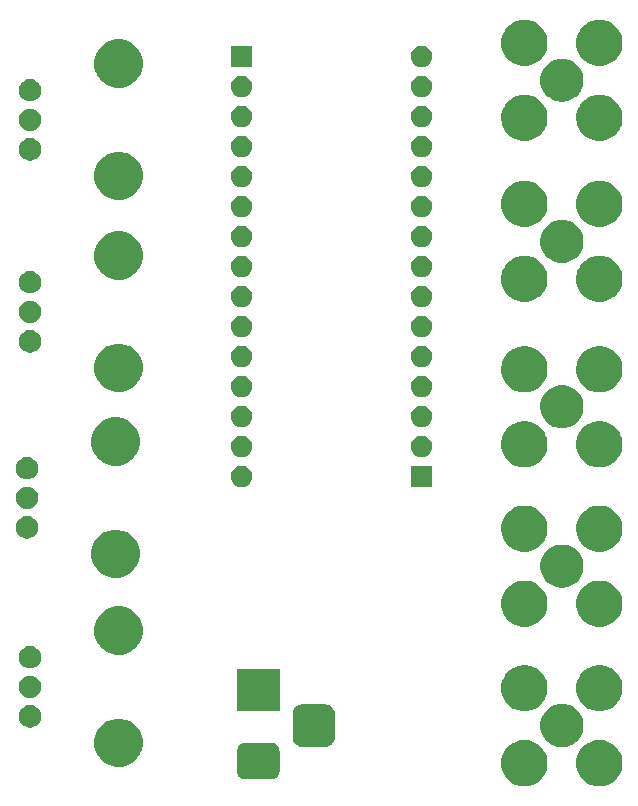
<source format=gbr>
G04 #@! TF.GenerationSoftware,KiCad,Pcbnew,5.1.6-c6e7f7d~86~ubuntu20.04.1*
G04 #@! TF.CreationDate,2020-06-08T22:34:45+01:00*
G04 #@! TF.ProjectId,spikeling,7370696b-656c-4696-9e67-2e6b69636164,rev?*
G04 #@! TF.SameCoordinates,Original*
G04 #@! TF.FileFunction,Soldermask,Bot*
G04 #@! TF.FilePolarity,Negative*
%FSLAX46Y46*%
G04 Gerber Fmt 4.6, Leading zero omitted, Abs format (unit mm)*
G04 Created by KiCad (PCBNEW 5.1.6-c6e7f7d~86~ubuntu20.04.1) date 2020-06-08 22:34:45*
%MOMM*%
%LPD*%
G01*
G04 APERTURE LIST*
%ADD10C,0.100000*%
G04 APERTURE END LIST*
D10*
G36*
X191279735Y-110759993D02*
G01*
X191451544Y-110794168D01*
X191598991Y-110855243D01*
X191807512Y-110941615D01*
X191807513Y-110941616D01*
X192127877Y-111155676D01*
X192400324Y-111428123D01*
X192497266Y-111573207D01*
X192614385Y-111748488D01*
X192691024Y-111933511D01*
X192761832Y-112104456D01*
X192837000Y-112482351D01*
X192837000Y-112867649D01*
X192761832Y-113245544D01*
X192700757Y-113392991D01*
X192614385Y-113601512D01*
X192614384Y-113601513D01*
X192400324Y-113921877D01*
X192127877Y-114194324D01*
X191913816Y-114337355D01*
X191807512Y-114408385D01*
X191598991Y-114494757D01*
X191451544Y-114555832D01*
X191325579Y-114580888D01*
X191073651Y-114631000D01*
X190688349Y-114631000D01*
X190436421Y-114580888D01*
X190310456Y-114555832D01*
X190163009Y-114494757D01*
X189954488Y-114408385D01*
X189848184Y-114337355D01*
X189634123Y-114194324D01*
X189361676Y-113921877D01*
X189147616Y-113601513D01*
X189147615Y-113601512D01*
X189061243Y-113392991D01*
X189000168Y-113245544D01*
X188925000Y-112867649D01*
X188925000Y-112482351D01*
X189000168Y-112104456D01*
X189070976Y-111933511D01*
X189147615Y-111748488D01*
X189264734Y-111573207D01*
X189361676Y-111428123D01*
X189634123Y-111155676D01*
X189954487Y-110941616D01*
X189954488Y-110941615D01*
X190163009Y-110855243D01*
X190310456Y-110794168D01*
X190482265Y-110759993D01*
X190688349Y-110719000D01*
X191073651Y-110719000D01*
X191279735Y-110759993D01*
G37*
G36*
X184929735Y-110759993D02*
G01*
X185101544Y-110794168D01*
X185248991Y-110855243D01*
X185457512Y-110941615D01*
X185457513Y-110941616D01*
X185777877Y-111155676D01*
X186050324Y-111428123D01*
X186147266Y-111573207D01*
X186264385Y-111748488D01*
X186341024Y-111933511D01*
X186411832Y-112104456D01*
X186487000Y-112482351D01*
X186487000Y-112867649D01*
X186411832Y-113245544D01*
X186350757Y-113392991D01*
X186264385Y-113601512D01*
X186264384Y-113601513D01*
X186050324Y-113921877D01*
X185777877Y-114194324D01*
X185563816Y-114337355D01*
X185457512Y-114408385D01*
X185248991Y-114494757D01*
X185101544Y-114555832D01*
X184975579Y-114580888D01*
X184723651Y-114631000D01*
X184338349Y-114631000D01*
X184086421Y-114580888D01*
X183960456Y-114555832D01*
X183813009Y-114494757D01*
X183604488Y-114408385D01*
X183498184Y-114337355D01*
X183284123Y-114194324D01*
X183011676Y-113921877D01*
X182797616Y-113601513D01*
X182797615Y-113601512D01*
X182711243Y-113392991D01*
X182650168Y-113245544D01*
X182575000Y-112867649D01*
X182575000Y-112482351D01*
X182650168Y-112104456D01*
X182720976Y-111933511D01*
X182797615Y-111748488D01*
X182914734Y-111573207D01*
X183011676Y-111428123D01*
X183284123Y-111155676D01*
X183604487Y-110941616D01*
X183604488Y-110941615D01*
X183813009Y-110855243D01*
X183960456Y-110794168D01*
X184132265Y-110759993D01*
X184338349Y-110719000D01*
X184723651Y-110719000D01*
X184929735Y-110759993D01*
G37*
G36*
X163226979Y-110963293D02*
G01*
X163360625Y-111003834D01*
X163483784Y-111069664D01*
X163591740Y-111158260D01*
X163680336Y-111266216D01*
X163746166Y-111389375D01*
X163786707Y-111523021D01*
X163801000Y-111668140D01*
X163801000Y-113331860D01*
X163786707Y-113476979D01*
X163746166Y-113610625D01*
X163680336Y-113733784D01*
X163591740Y-113841740D01*
X163483784Y-113930336D01*
X163360625Y-113996166D01*
X163226979Y-114036707D01*
X163081860Y-114051000D01*
X160918140Y-114051000D01*
X160773021Y-114036707D01*
X160639375Y-113996166D01*
X160516216Y-113930336D01*
X160408260Y-113841740D01*
X160319664Y-113733784D01*
X160253834Y-113610625D01*
X160213293Y-113476979D01*
X160199000Y-113331860D01*
X160199000Y-111668140D01*
X160213293Y-111523021D01*
X160253834Y-111389375D01*
X160319664Y-111266216D01*
X160408260Y-111158260D01*
X160516216Y-111069664D01*
X160639375Y-111003834D01*
X160773021Y-110963293D01*
X160918140Y-110949000D01*
X163081860Y-110949000D01*
X163226979Y-110963293D01*
G37*
G36*
X150774254Y-108989818D02*
G01*
X151147511Y-109144426D01*
X151147513Y-109144427D01*
X151410065Y-109319859D01*
X151483436Y-109368884D01*
X151769116Y-109654564D01*
X151993574Y-109990489D01*
X152148182Y-110363746D01*
X152227000Y-110759993D01*
X152227000Y-111164007D01*
X152148182Y-111560254D01*
X152103494Y-111668140D01*
X151993573Y-111933513D01*
X151769116Y-112269436D01*
X151483436Y-112555116D01*
X151147513Y-112779573D01*
X151147512Y-112779574D01*
X151147511Y-112779574D01*
X150774254Y-112934182D01*
X150378007Y-113013000D01*
X149973993Y-113013000D01*
X149577746Y-112934182D01*
X149204489Y-112779574D01*
X149204488Y-112779574D01*
X149204487Y-112779573D01*
X148868564Y-112555116D01*
X148582884Y-112269436D01*
X148358427Y-111933513D01*
X148248506Y-111668140D01*
X148203818Y-111560254D01*
X148125000Y-111164007D01*
X148125000Y-110759993D01*
X148203818Y-110363746D01*
X148358426Y-109990489D01*
X148582884Y-109654564D01*
X148868564Y-109368884D01*
X148941935Y-109319859D01*
X149204487Y-109144427D01*
X149204489Y-109144426D01*
X149577746Y-108989818D01*
X149973993Y-108911000D01*
X150378007Y-108911000D01*
X150774254Y-108989818D01*
G37*
G36*
X188062820Y-107706143D02*
G01*
X188239500Y-107741287D01*
X188375321Y-107797546D01*
X188572355Y-107879160D01*
X188572356Y-107879161D01*
X188871920Y-108079323D01*
X189126677Y-108334080D01*
X189227438Y-108484880D01*
X189326840Y-108633645D01*
X189464713Y-108966501D01*
X189535000Y-109319858D01*
X189535000Y-109680142D01*
X189464713Y-110033499D01*
X189326840Y-110366355D01*
X189326839Y-110366356D01*
X189126677Y-110665920D01*
X188871920Y-110920677D01*
X188747467Y-111003834D01*
X188572355Y-111120840D01*
X188468140Y-111164007D01*
X188239500Y-111258713D01*
X188113896Y-111283697D01*
X187886142Y-111329000D01*
X187525858Y-111329000D01*
X187298104Y-111283697D01*
X187172500Y-111258713D01*
X186943860Y-111164007D01*
X186839645Y-111120840D01*
X186664533Y-111003834D01*
X186540080Y-110920677D01*
X186285323Y-110665920D01*
X186085161Y-110366356D01*
X186085160Y-110366355D01*
X185947287Y-110033499D01*
X185877000Y-109680142D01*
X185877000Y-109319858D01*
X185947287Y-108966501D01*
X186085160Y-108633645D01*
X186184562Y-108484880D01*
X186285323Y-108334080D01*
X186540080Y-108079323D01*
X186839644Y-107879161D01*
X186839645Y-107879160D01*
X187036679Y-107797546D01*
X187172500Y-107741287D01*
X187349180Y-107706143D01*
X187525858Y-107671000D01*
X187886142Y-107671000D01*
X188062820Y-107706143D01*
G37*
G36*
X167826366Y-107715695D02*
G01*
X167983460Y-107763349D01*
X168128231Y-107840731D01*
X168255128Y-107944872D01*
X168359269Y-108071769D01*
X168436651Y-108216540D01*
X168484305Y-108373634D01*
X168501000Y-108543140D01*
X168501000Y-110456860D01*
X168484305Y-110626366D01*
X168436651Y-110783460D01*
X168359269Y-110928231D01*
X168255128Y-111055128D01*
X168128231Y-111159269D01*
X167983460Y-111236651D01*
X167826366Y-111284305D01*
X167656860Y-111301000D01*
X165743140Y-111301000D01*
X165573634Y-111284305D01*
X165416540Y-111236651D01*
X165271769Y-111159269D01*
X165144872Y-111055128D01*
X165040731Y-110928231D01*
X164963349Y-110783460D01*
X164915695Y-110626366D01*
X164899000Y-110456860D01*
X164899000Y-108543140D01*
X164915695Y-108373634D01*
X164963349Y-108216540D01*
X165040731Y-108071769D01*
X165144872Y-107944872D01*
X165271769Y-107840731D01*
X165416540Y-107763349D01*
X165573634Y-107715695D01*
X165743140Y-107699000D01*
X167656860Y-107699000D01*
X167826366Y-107715695D01*
G37*
G36*
X142953395Y-107797546D02*
G01*
X143126466Y-107869234D01*
X143203818Y-107920919D01*
X143282227Y-107973310D01*
X143414690Y-108105773D01*
X143414691Y-108105775D01*
X143518766Y-108261534D01*
X143590454Y-108434605D01*
X143627000Y-108618333D01*
X143627000Y-108805667D01*
X143590454Y-108989395D01*
X143518766Y-109162466D01*
X143518765Y-109162467D01*
X143414690Y-109318227D01*
X143282227Y-109450690D01*
X143203818Y-109503081D01*
X143126466Y-109554766D01*
X142953395Y-109626454D01*
X142769667Y-109663000D01*
X142582333Y-109663000D01*
X142398605Y-109626454D01*
X142225534Y-109554766D01*
X142148182Y-109503081D01*
X142069773Y-109450690D01*
X141937310Y-109318227D01*
X141833235Y-109162467D01*
X141833234Y-109162466D01*
X141761546Y-108989395D01*
X141725000Y-108805667D01*
X141725000Y-108618333D01*
X141761546Y-108434605D01*
X141833234Y-108261534D01*
X141937309Y-108105775D01*
X141937310Y-108105773D01*
X142069773Y-107973310D01*
X142148182Y-107920919D01*
X142225534Y-107869234D01*
X142398605Y-107797546D01*
X142582333Y-107761000D01*
X142769667Y-107761000D01*
X142953395Y-107797546D01*
G37*
G36*
X163801000Y-108301000D02*
G01*
X160199000Y-108301000D01*
X160199000Y-104699000D01*
X163801000Y-104699000D01*
X163801000Y-108301000D01*
G37*
G36*
X184975579Y-104419112D02*
G01*
X185101544Y-104444168D01*
X185248991Y-104505243D01*
X185457512Y-104591615D01*
X185509652Y-104626454D01*
X185777877Y-104805676D01*
X186050324Y-105078123D01*
X186172518Y-105261000D01*
X186264385Y-105398488D01*
X186295377Y-105473310D01*
X186411832Y-105754456D01*
X186487000Y-106132351D01*
X186487000Y-106517649D01*
X186411832Y-106895544D01*
X186388989Y-106950691D01*
X186264385Y-107251512D01*
X186264384Y-107251513D01*
X186050324Y-107571877D01*
X185777877Y-107844324D01*
X185584837Y-107973309D01*
X185457512Y-108058385D01*
X185343102Y-108105775D01*
X185101544Y-108205832D01*
X185047711Y-108216540D01*
X184723651Y-108281000D01*
X184338349Y-108281000D01*
X184014289Y-108216540D01*
X183960456Y-108205832D01*
X183718898Y-108105775D01*
X183604488Y-108058385D01*
X183477163Y-107973309D01*
X183284123Y-107844324D01*
X183011676Y-107571877D01*
X182797616Y-107251513D01*
X182797615Y-107251512D01*
X182673011Y-106950691D01*
X182650168Y-106895544D01*
X182575000Y-106517649D01*
X182575000Y-106132351D01*
X182650168Y-105754456D01*
X182766623Y-105473310D01*
X182797615Y-105398488D01*
X182889482Y-105261000D01*
X183011676Y-105078123D01*
X183284123Y-104805676D01*
X183552348Y-104626454D01*
X183604488Y-104591615D01*
X183813009Y-104505243D01*
X183960456Y-104444168D01*
X184086421Y-104419112D01*
X184338349Y-104369000D01*
X184723651Y-104369000D01*
X184975579Y-104419112D01*
G37*
G36*
X191325579Y-104419112D02*
G01*
X191451544Y-104444168D01*
X191598991Y-104505243D01*
X191807512Y-104591615D01*
X191859652Y-104626454D01*
X192127877Y-104805676D01*
X192400324Y-105078123D01*
X192522518Y-105261000D01*
X192614385Y-105398488D01*
X192645377Y-105473310D01*
X192761832Y-105754456D01*
X192837000Y-106132351D01*
X192837000Y-106517649D01*
X192761832Y-106895544D01*
X192738989Y-106950691D01*
X192614385Y-107251512D01*
X192614384Y-107251513D01*
X192400324Y-107571877D01*
X192127877Y-107844324D01*
X191934837Y-107973309D01*
X191807512Y-108058385D01*
X191693102Y-108105775D01*
X191451544Y-108205832D01*
X191397711Y-108216540D01*
X191073651Y-108281000D01*
X190688349Y-108281000D01*
X190364289Y-108216540D01*
X190310456Y-108205832D01*
X190068898Y-108105775D01*
X189954488Y-108058385D01*
X189827163Y-107973309D01*
X189634123Y-107844324D01*
X189361676Y-107571877D01*
X189147616Y-107251513D01*
X189147615Y-107251512D01*
X189023011Y-106950691D01*
X189000168Y-106895544D01*
X188925000Y-106517649D01*
X188925000Y-106132351D01*
X189000168Y-105754456D01*
X189116623Y-105473310D01*
X189147615Y-105398488D01*
X189239482Y-105261000D01*
X189361676Y-105078123D01*
X189634123Y-104805676D01*
X189902348Y-104626454D01*
X189954488Y-104591615D01*
X190163009Y-104505243D01*
X190310456Y-104444168D01*
X190436421Y-104419112D01*
X190688349Y-104369000D01*
X191073651Y-104369000D01*
X191325579Y-104419112D01*
G37*
G36*
X142953395Y-105297546D02*
G01*
X143126466Y-105369234D01*
X143203818Y-105420919D01*
X143282227Y-105473310D01*
X143414690Y-105605773D01*
X143414691Y-105605775D01*
X143518766Y-105761534D01*
X143590454Y-105934605D01*
X143627000Y-106118333D01*
X143627000Y-106305667D01*
X143590454Y-106489395D01*
X143518766Y-106662466D01*
X143518765Y-106662467D01*
X143414690Y-106818227D01*
X143282227Y-106950690D01*
X143203818Y-107003081D01*
X143126466Y-107054766D01*
X142953395Y-107126454D01*
X142769667Y-107163000D01*
X142582333Y-107163000D01*
X142398605Y-107126454D01*
X142225534Y-107054766D01*
X142148182Y-107003081D01*
X142069773Y-106950690D01*
X141937310Y-106818227D01*
X141833235Y-106662467D01*
X141833234Y-106662466D01*
X141761546Y-106489395D01*
X141725000Y-106305667D01*
X141725000Y-106118333D01*
X141761546Y-105934605D01*
X141833234Y-105761534D01*
X141937309Y-105605775D01*
X141937310Y-105605773D01*
X142069773Y-105473310D01*
X142148182Y-105420919D01*
X142225534Y-105369234D01*
X142398605Y-105297546D01*
X142582333Y-105261000D01*
X142769667Y-105261000D01*
X142953395Y-105297546D01*
G37*
G36*
X142953395Y-102797546D02*
G01*
X143126466Y-102869234D01*
X143126467Y-102869235D01*
X143282227Y-102973310D01*
X143414690Y-103105773D01*
X143414691Y-103105775D01*
X143518766Y-103261534D01*
X143590454Y-103434605D01*
X143627000Y-103618333D01*
X143627000Y-103805667D01*
X143590454Y-103989395D01*
X143518766Y-104162466D01*
X143518765Y-104162467D01*
X143414690Y-104318227D01*
X143282227Y-104450690D01*
X143203818Y-104503081D01*
X143126466Y-104554766D01*
X142953395Y-104626454D01*
X142769667Y-104663000D01*
X142582333Y-104663000D01*
X142398605Y-104626454D01*
X142225534Y-104554766D01*
X142148182Y-104503081D01*
X142069773Y-104450690D01*
X141937310Y-104318227D01*
X141833235Y-104162467D01*
X141833234Y-104162466D01*
X141761546Y-103989395D01*
X141725000Y-103805667D01*
X141725000Y-103618333D01*
X141761546Y-103434605D01*
X141833234Y-103261534D01*
X141937309Y-103105775D01*
X141937310Y-103105773D01*
X142069773Y-102973310D01*
X142225533Y-102869235D01*
X142225534Y-102869234D01*
X142398605Y-102797546D01*
X142582333Y-102761000D01*
X142769667Y-102761000D01*
X142953395Y-102797546D01*
G37*
G36*
X150774254Y-99489818D02*
G01*
X151147511Y-99644426D01*
X151147513Y-99644427D01*
X151483436Y-99868884D01*
X151769116Y-100154564D01*
X151947729Y-100421876D01*
X151993574Y-100490489D01*
X152148182Y-100863746D01*
X152227000Y-101259993D01*
X152227000Y-101664007D01*
X152148182Y-102060254D01*
X151993574Y-102433511D01*
X151993573Y-102433513D01*
X151769116Y-102769436D01*
X151483436Y-103055116D01*
X151147513Y-103279573D01*
X151147512Y-103279574D01*
X151147511Y-103279574D01*
X150774254Y-103434182D01*
X150378007Y-103513000D01*
X149973993Y-103513000D01*
X149577746Y-103434182D01*
X149204489Y-103279574D01*
X149204488Y-103279574D01*
X149204487Y-103279573D01*
X148868564Y-103055116D01*
X148582884Y-102769436D01*
X148358427Y-102433513D01*
X148358426Y-102433511D01*
X148203818Y-102060254D01*
X148125000Y-101664007D01*
X148125000Y-101259993D01*
X148203818Y-100863746D01*
X148358426Y-100490489D01*
X148404272Y-100421876D01*
X148582884Y-100154564D01*
X148868564Y-99868884D01*
X149204487Y-99644427D01*
X149204489Y-99644426D01*
X149577746Y-99489818D01*
X149973993Y-99411000D01*
X150378007Y-99411000D01*
X150774254Y-99489818D01*
G37*
G36*
X191325579Y-97269112D02*
G01*
X191451544Y-97294168D01*
X191598991Y-97355243D01*
X191807512Y-97441615D01*
X191807513Y-97441616D01*
X192127877Y-97655676D01*
X192400324Y-97928123D01*
X192543355Y-98142184D01*
X192614385Y-98248488D01*
X192761832Y-98604457D01*
X192837000Y-98982349D01*
X192837000Y-99367651D01*
X192761832Y-99745543D01*
X192614385Y-100101512D01*
X192614384Y-100101513D01*
X192400324Y-100421877D01*
X192127877Y-100694324D01*
X191913816Y-100837355D01*
X191807512Y-100908385D01*
X191598991Y-100994757D01*
X191451544Y-101055832D01*
X191325579Y-101080888D01*
X191073651Y-101131000D01*
X190688349Y-101131000D01*
X190436421Y-101080888D01*
X190310456Y-101055832D01*
X190163009Y-100994757D01*
X189954488Y-100908385D01*
X189848184Y-100837355D01*
X189634123Y-100694324D01*
X189361676Y-100421877D01*
X189147616Y-100101513D01*
X189147615Y-100101512D01*
X189000168Y-99745543D01*
X188925000Y-99367651D01*
X188925000Y-98982349D01*
X189000168Y-98604457D01*
X189147615Y-98248488D01*
X189218645Y-98142184D01*
X189361676Y-97928123D01*
X189634123Y-97655676D01*
X189954487Y-97441616D01*
X189954488Y-97441615D01*
X190163009Y-97355243D01*
X190310456Y-97294168D01*
X190436421Y-97269112D01*
X190688349Y-97219000D01*
X191073651Y-97219000D01*
X191325579Y-97269112D01*
G37*
G36*
X184975579Y-97269112D02*
G01*
X185101544Y-97294168D01*
X185248991Y-97355243D01*
X185457512Y-97441615D01*
X185457513Y-97441616D01*
X185777877Y-97655676D01*
X186050324Y-97928123D01*
X186193355Y-98142184D01*
X186264385Y-98248488D01*
X186411832Y-98604457D01*
X186487000Y-98982349D01*
X186487000Y-99367651D01*
X186411832Y-99745543D01*
X186264385Y-100101512D01*
X186264384Y-100101513D01*
X186050324Y-100421877D01*
X185777877Y-100694324D01*
X185563816Y-100837355D01*
X185457512Y-100908385D01*
X185248991Y-100994757D01*
X185101544Y-101055832D01*
X184975579Y-101080888D01*
X184723651Y-101131000D01*
X184338349Y-101131000D01*
X184086421Y-101080888D01*
X183960456Y-101055832D01*
X183813009Y-100994757D01*
X183604488Y-100908385D01*
X183498184Y-100837355D01*
X183284123Y-100694324D01*
X183011676Y-100421877D01*
X182797616Y-100101513D01*
X182797615Y-100101512D01*
X182650168Y-99745543D01*
X182575000Y-99367651D01*
X182575000Y-98982349D01*
X182650168Y-98604457D01*
X182797615Y-98248488D01*
X182868645Y-98142184D01*
X183011676Y-97928123D01*
X183284123Y-97655676D01*
X183604487Y-97441616D01*
X183604488Y-97441615D01*
X183813009Y-97355243D01*
X183960456Y-97294168D01*
X184086421Y-97269112D01*
X184338349Y-97219000D01*
X184723651Y-97219000D01*
X184975579Y-97269112D01*
G37*
G36*
X188062821Y-94206144D02*
G01*
X188239500Y-94241287D01*
X188377373Y-94298396D01*
X188572355Y-94379160D01*
X188572356Y-94379161D01*
X188871920Y-94579323D01*
X189126677Y-94834080D01*
X189126678Y-94834082D01*
X189326840Y-95133645D01*
X189407604Y-95328627D01*
X189464713Y-95466500D01*
X189535000Y-95819859D01*
X189535000Y-96180141D01*
X189464713Y-96533500D01*
X189407604Y-96671373D01*
X189326840Y-96866355D01*
X189326839Y-96866356D01*
X189126677Y-97165920D01*
X188871920Y-97420677D01*
X188721120Y-97521438D01*
X188572355Y-97620840D01*
X188377373Y-97701604D01*
X188239500Y-97758713D01*
X188062821Y-97793856D01*
X187886142Y-97829000D01*
X187525858Y-97829000D01*
X187349179Y-97793856D01*
X187172500Y-97758713D01*
X187034627Y-97701604D01*
X186839645Y-97620840D01*
X186690880Y-97521438D01*
X186540080Y-97420677D01*
X186285323Y-97165920D01*
X186085161Y-96866356D01*
X186085160Y-96866355D01*
X186004396Y-96671373D01*
X185947287Y-96533500D01*
X185877000Y-96180141D01*
X185877000Y-95819859D01*
X185947287Y-95466500D01*
X186004396Y-95328627D01*
X186085160Y-95133645D01*
X186285322Y-94834082D01*
X186285323Y-94834080D01*
X186540080Y-94579323D01*
X186839644Y-94379161D01*
X186839645Y-94379160D01*
X187034627Y-94298396D01*
X187172500Y-94241287D01*
X187349179Y-94206144D01*
X187525858Y-94171000D01*
X187886142Y-94171000D01*
X188062821Y-94206144D01*
G37*
G36*
X150520254Y-92987818D02*
G01*
X150893511Y-93142426D01*
X150893513Y-93142427D01*
X151229436Y-93366884D01*
X151515116Y-93652564D01*
X151739574Y-93988489D01*
X151894182Y-94361746D01*
X151973000Y-94757993D01*
X151973000Y-95162007D01*
X151894182Y-95558254D01*
X151739574Y-95931511D01*
X151739573Y-95931513D01*
X151515116Y-96267436D01*
X151229436Y-96553116D01*
X150893513Y-96777573D01*
X150893512Y-96777574D01*
X150893511Y-96777574D01*
X150520254Y-96932182D01*
X150124007Y-97011000D01*
X149719993Y-97011000D01*
X149323746Y-96932182D01*
X148950489Y-96777574D01*
X148950488Y-96777574D01*
X148950487Y-96777573D01*
X148614564Y-96553116D01*
X148328884Y-96267436D01*
X148104427Y-95931513D01*
X148104426Y-95931511D01*
X147949818Y-95558254D01*
X147871000Y-95162007D01*
X147871000Y-94757993D01*
X147949818Y-94361746D01*
X148104426Y-93988489D01*
X148328884Y-93652564D01*
X148614564Y-93366884D01*
X148950487Y-93142427D01*
X148950489Y-93142426D01*
X149323746Y-92987818D01*
X149719993Y-92909000D01*
X150124007Y-92909000D01*
X150520254Y-92987818D01*
G37*
G36*
X191325579Y-90919112D02*
G01*
X191451544Y-90944168D01*
X191462463Y-90948691D01*
X191807512Y-91091615D01*
X191807513Y-91091616D01*
X192127877Y-91305676D01*
X192400324Y-91578123D01*
X192521182Y-91759000D01*
X192614385Y-91898488D01*
X192761832Y-92254457D01*
X192837000Y-92632349D01*
X192837000Y-93017651D01*
X192812180Y-93142427D01*
X192761832Y-93395544D01*
X192700757Y-93542991D01*
X192614385Y-93751512D01*
X192614384Y-93751513D01*
X192400324Y-94071877D01*
X192127877Y-94344324D01*
X191913816Y-94487355D01*
X191807512Y-94558385D01*
X191598991Y-94644757D01*
X191451544Y-94705832D01*
X191325579Y-94730888D01*
X191073651Y-94781000D01*
X190688349Y-94781000D01*
X190436421Y-94730888D01*
X190310456Y-94705832D01*
X190163009Y-94644757D01*
X189954488Y-94558385D01*
X189848184Y-94487355D01*
X189634123Y-94344324D01*
X189361676Y-94071877D01*
X189147616Y-93751513D01*
X189147615Y-93751512D01*
X189061243Y-93542991D01*
X189000168Y-93395544D01*
X188949820Y-93142427D01*
X188925000Y-93017651D01*
X188925000Y-92632349D01*
X189000168Y-92254457D01*
X189147615Y-91898488D01*
X189240818Y-91759000D01*
X189361676Y-91578123D01*
X189634123Y-91305676D01*
X189954487Y-91091616D01*
X189954488Y-91091615D01*
X190299537Y-90948691D01*
X190310456Y-90944168D01*
X190436421Y-90919112D01*
X190688349Y-90869000D01*
X191073651Y-90869000D01*
X191325579Y-90919112D01*
G37*
G36*
X184975579Y-90919112D02*
G01*
X185101544Y-90944168D01*
X185112463Y-90948691D01*
X185457512Y-91091615D01*
X185457513Y-91091616D01*
X185777877Y-91305676D01*
X186050324Y-91578123D01*
X186171182Y-91759000D01*
X186264385Y-91898488D01*
X186411832Y-92254457D01*
X186487000Y-92632349D01*
X186487000Y-93017651D01*
X186462180Y-93142427D01*
X186411832Y-93395544D01*
X186350757Y-93542991D01*
X186264385Y-93751512D01*
X186264384Y-93751513D01*
X186050324Y-94071877D01*
X185777877Y-94344324D01*
X185563816Y-94487355D01*
X185457512Y-94558385D01*
X185248991Y-94644757D01*
X185101544Y-94705832D01*
X184975579Y-94730888D01*
X184723651Y-94781000D01*
X184338349Y-94781000D01*
X184086421Y-94730888D01*
X183960456Y-94705832D01*
X183813009Y-94644757D01*
X183604488Y-94558385D01*
X183498184Y-94487355D01*
X183284123Y-94344324D01*
X183011676Y-94071877D01*
X182797616Y-93751513D01*
X182797615Y-93751512D01*
X182711243Y-93542991D01*
X182650168Y-93395544D01*
X182599820Y-93142427D01*
X182575000Y-93017651D01*
X182575000Y-92632349D01*
X182650168Y-92254457D01*
X182797615Y-91898488D01*
X182890818Y-91759000D01*
X183011676Y-91578123D01*
X183284123Y-91305676D01*
X183604487Y-91091616D01*
X183604488Y-91091615D01*
X183949537Y-90948691D01*
X183960456Y-90944168D01*
X184086421Y-90919112D01*
X184338349Y-90869000D01*
X184723651Y-90869000D01*
X184975579Y-90919112D01*
G37*
G36*
X142699395Y-91795546D02*
G01*
X142872466Y-91867234D01*
X142872467Y-91867235D01*
X143028227Y-91971310D01*
X143160690Y-92103773D01*
X143160691Y-92103775D01*
X143264766Y-92259534D01*
X143336454Y-92432605D01*
X143373000Y-92616333D01*
X143373000Y-92803667D01*
X143336454Y-92987395D01*
X143264766Y-93160466D01*
X143264765Y-93160467D01*
X143160690Y-93316227D01*
X143028227Y-93448690D01*
X142949818Y-93501081D01*
X142872466Y-93552766D01*
X142699395Y-93624454D01*
X142515667Y-93661000D01*
X142328333Y-93661000D01*
X142144605Y-93624454D01*
X141971534Y-93552766D01*
X141894182Y-93501081D01*
X141815773Y-93448690D01*
X141683310Y-93316227D01*
X141579235Y-93160467D01*
X141579234Y-93160466D01*
X141507546Y-92987395D01*
X141471000Y-92803667D01*
X141471000Y-92616333D01*
X141507546Y-92432605D01*
X141579234Y-92259534D01*
X141683309Y-92103775D01*
X141683310Y-92103773D01*
X141815773Y-91971310D01*
X141971533Y-91867235D01*
X141971534Y-91867234D01*
X142144605Y-91795546D01*
X142328333Y-91759000D01*
X142515667Y-91759000D01*
X142699395Y-91795546D01*
G37*
G36*
X142699395Y-89295546D02*
G01*
X142872466Y-89367234D01*
X142872467Y-89367235D01*
X143028227Y-89471310D01*
X143160690Y-89603773D01*
X143160691Y-89603775D01*
X143264766Y-89759534D01*
X143336454Y-89932605D01*
X143373000Y-90116333D01*
X143373000Y-90303667D01*
X143336454Y-90487395D01*
X143264766Y-90660466D01*
X143264765Y-90660467D01*
X143160690Y-90816227D01*
X143028227Y-90948690D01*
X142949818Y-91001081D01*
X142872466Y-91052766D01*
X142699395Y-91124454D01*
X142515667Y-91161000D01*
X142328333Y-91161000D01*
X142144605Y-91124454D01*
X141971534Y-91052766D01*
X141894182Y-91001081D01*
X141815773Y-90948690D01*
X141683310Y-90816227D01*
X141579235Y-90660467D01*
X141579234Y-90660466D01*
X141507546Y-90487395D01*
X141471000Y-90303667D01*
X141471000Y-90116333D01*
X141507546Y-89932605D01*
X141579234Y-89759534D01*
X141683309Y-89603775D01*
X141683310Y-89603773D01*
X141815773Y-89471310D01*
X141971533Y-89367235D01*
X141971534Y-89367234D01*
X142144605Y-89295546D01*
X142328333Y-89259000D01*
X142515667Y-89259000D01*
X142699395Y-89295546D01*
G37*
G36*
X176725000Y-89293000D02*
G01*
X174923000Y-89293000D01*
X174923000Y-87491000D01*
X176725000Y-87491000D01*
X176725000Y-89293000D01*
G37*
G36*
X160697512Y-87495927D02*
G01*
X160846812Y-87525624D01*
X161010784Y-87593544D01*
X161158354Y-87692147D01*
X161283853Y-87817646D01*
X161382456Y-87965216D01*
X161450376Y-88129188D01*
X161485000Y-88303259D01*
X161485000Y-88480741D01*
X161450376Y-88654812D01*
X161382456Y-88818784D01*
X161283853Y-88966354D01*
X161158354Y-89091853D01*
X161010784Y-89190456D01*
X160846812Y-89258376D01*
X160697512Y-89288073D01*
X160672742Y-89293000D01*
X160495258Y-89293000D01*
X160470488Y-89288073D01*
X160321188Y-89258376D01*
X160157216Y-89190456D01*
X160009646Y-89091853D01*
X159884147Y-88966354D01*
X159785544Y-88818784D01*
X159717624Y-88654812D01*
X159683000Y-88480741D01*
X159683000Y-88303259D01*
X159717624Y-88129188D01*
X159785544Y-87965216D01*
X159884147Y-87817646D01*
X160009646Y-87692147D01*
X160157216Y-87593544D01*
X160321188Y-87525624D01*
X160470488Y-87495927D01*
X160495258Y-87491000D01*
X160672742Y-87491000D01*
X160697512Y-87495927D01*
G37*
G36*
X142699395Y-86795546D02*
G01*
X142872466Y-86867234D01*
X142872467Y-86867235D01*
X143028227Y-86971310D01*
X143160690Y-87103773D01*
X143160691Y-87103775D01*
X143264766Y-87259534D01*
X143336454Y-87432605D01*
X143373000Y-87616333D01*
X143373000Y-87803667D01*
X143336454Y-87987395D01*
X143264766Y-88160466D01*
X143264765Y-88160467D01*
X143160690Y-88316227D01*
X143028227Y-88448690D01*
X142949818Y-88501081D01*
X142872466Y-88552766D01*
X142699395Y-88624454D01*
X142515667Y-88661000D01*
X142328333Y-88661000D01*
X142144605Y-88624454D01*
X141971534Y-88552766D01*
X141894182Y-88501081D01*
X141815773Y-88448690D01*
X141683310Y-88316227D01*
X141579235Y-88160467D01*
X141579234Y-88160466D01*
X141507546Y-87987395D01*
X141471000Y-87803667D01*
X141471000Y-87616333D01*
X141507546Y-87432605D01*
X141579234Y-87259534D01*
X141683309Y-87103775D01*
X141683310Y-87103773D01*
X141815773Y-86971310D01*
X141971533Y-86867235D01*
X141971534Y-86867234D01*
X142144605Y-86795546D01*
X142328333Y-86759000D01*
X142515667Y-86759000D01*
X142699395Y-86795546D01*
G37*
G36*
X184975579Y-83769112D02*
G01*
X185101544Y-83794168D01*
X185248991Y-83855243D01*
X185457512Y-83941615D01*
X185457513Y-83941616D01*
X185777877Y-84155676D01*
X186050324Y-84428123D01*
X186090659Y-84488489D01*
X186264385Y-84748488D01*
X186311298Y-84861746D01*
X186411832Y-85104456D01*
X186436888Y-85230421D01*
X186487000Y-85482349D01*
X186487000Y-85867651D01*
X186411832Y-86245543D01*
X186264385Y-86601512D01*
X186193355Y-86707816D01*
X186050324Y-86921877D01*
X185777877Y-87194324D01*
X185653284Y-87277574D01*
X185457512Y-87408385D01*
X185258061Y-87491000D01*
X185101544Y-87555832D01*
X184975579Y-87580888D01*
X184723651Y-87631000D01*
X184338349Y-87631000D01*
X184086421Y-87580888D01*
X183960456Y-87555832D01*
X183803939Y-87491000D01*
X183604488Y-87408385D01*
X183408716Y-87277574D01*
X183284123Y-87194324D01*
X183011676Y-86921877D01*
X182868645Y-86707816D01*
X182797615Y-86601512D01*
X182650168Y-86245543D01*
X182575000Y-85867651D01*
X182575000Y-85482349D01*
X182625112Y-85230421D01*
X182650168Y-85104456D01*
X182750702Y-84861746D01*
X182797615Y-84748488D01*
X182971341Y-84488489D01*
X183011676Y-84428123D01*
X183284123Y-84155676D01*
X183604487Y-83941616D01*
X183604488Y-83941615D01*
X183813009Y-83855243D01*
X183960456Y-83794168D01*
X184086421Y-83769112D01*
X184338349Y-83719000D01*
X184723651Y-83719000D01*
X184975579Y-83769112D01*
G37*
G36*
X191325579Y-83769112D02*
G01*
X191451544Y-83794168D01*
X191598991Y-83855243D01*
X191807512Y-83941615D01*
X191807513Y-83941616D01*
X192127877Y-84155676D01*
X192400324Y-84428123D01*
X192440659Y-84488489D01*
X192614385Y-84748488D01*
X192661298Y-84861746D01*
X192761832Y-85104456D01*
X192786888Y-85230421D01*
X192837000Y-85482349D01*
X192837000Y-85867651D01*
X192761832Y-86245543D01*
X192614385Y-86601512D01*
X192543355Y-86707816D01*
X192400324Y-86921877D01*
X192127877Y-87194324D01*
X192003284Y-87277574D01*
X191807512Y-87408385D01*
X191608061Y-87491000D01*
X191451544Y-87555832D01*
X191325579Y-87580888D01*
X191073651Y-87631000D01*
X190688349Y-87631000D01*
X190436421Y-87580888D01*
X190310456Y-87555832D01*
X190153939Y-87491000D01*
X189954488Y-87408385D01*
X189758716Y-87277574D01*
X189634123Y-87194324D01*
X189361676Y-86921877D01*
X189218645Y-86707816D01*
X189147615Y-86601512D01*
X189000168Y-86245543D01*
X188925000Y-85867651D01*
X188925000Y-85482349D01*
X188975112Y-85230421D01*
X189000168Y-85104456D01*
X189100702Y-84861746D01*
X189147615Y-84748488D01*
X189321341Y-84488489D01*
X189361676Y-84428123D01*
X189634123Y-84155676D01*
X189954487Y-83941616D01*
X189954488Y-83941615D01*
X190163009Y-83855243D01*
X190310456Y-83794168D01*
X190436421Y-83769112D01*
X190688349Y-83719000D01*
X191073651Y-83719000D01*
X191325579Y-83769112D01*
G37*
G36*
X150520254Y-83487818D02*
G01*
X150893511Y-83642426D01*
X150893513Y-83642427D01*
X151229436Y-83866884D01*
X151515116Y-84152564D01*
X151699240Y-84428124D01*
X151739574Y-84488489D01*
X151894182Y-84861746D01*
X151973000Y-85257993D01*
X151973000Y-85662007D01*
X151894182Y-86058254D01*
X151741710Y-86426354D01*
X151739573Y-86431513D01*
X151515116Y-86767436D01*
X151229436Y-87053116D01*
X150893513Y-87277573D01*
X150893512Y-87277574D01*
X150893511Y-87277574D01*
X150520254Y-87432182D01*
X150124007Y-87511000D01*
X149719993Y-87511000D01*
X149323746Y-87432182D01*
X148950489Y-87277574D01*
X148950488Y-87277574D01*
X148950487Y-87277573D01*
X148614564Y-87053116D01*
X148328884Y-86767436D01*
X148104427Y-86431513D01*
X148102290Y-86426354D01*
X147949818Y-86058254D01*
X147871000Y-85662007D01*
X147871000Y-85257993D01*
X147949818Y-84861746D01*
X148104426Y-84488489D01*
X148144761Y-84428124D01*
X148328884Y-84152564D01*
X148614564Y-83866884D01*
X148950487Y-83642427D01*
X148950489Y-83642426D01*
X149323746Y-83487818D01*
X149719993Y-83409000D01*
X150124007Y-83409000D01*
X150520254Y-83487818D01*
G37*
G36*
X175937512Y-84955927D02*
G01*
X176086812Y-84985624D01*
X176250784Y-85053544D01*
X176398354Y-85152147D01*
X176523853Y-85277646D01*
X176622456Y-85425216D01*
X176690376Y-85589188D01*
X176725000Y-85763259D01*
X176725000Y-85940741D01*
X176690376Y-86114812D01*
X176622456Y-86278784D01*
X176523853Y-86426354D01*
X176398354Y-86551853D01*
X176250784Y-86650456D01*
X176086812Y-86718376D01*
X175937512Y-86748073D01*
X175912742Y-86753000D01*
X175735258Y-86753000D01*
X175710488Y-86748073D01*
X175561188Y-86718376D01*
X175397216Y-86650456D01*
X175249646Y-86551853D01*
X175124147Y-86426354D01*
X175025544Y-86278784D01*
X174957624Y-86114812D01*
X174923000Y-85940741D01*
X174923000Y-85763259D01*
X174957624Y-85589188D01*
X175025544Y-85425216D01*
X175124147Y-85277646D01*
X175249646Y-85152147D01*
X175397216Y-85053544D01*
X175561188Y-84985624D01*
X175710488Y-84955927D01*
X175735258Y-84951000D01*
X175912742Y-84951000D01*
X175937512Y-84955927D01*
G37*
G36*
X160697512Y-84955927D02*
G01*
X160846812Y-84985624D01*
X161010784Y-85053544D01*
X161158354Y-85152147D01*
X161283853Y-85277646D01*
X161382456Y-85425216D01*
X161450376Y-85589188D01*
X161485000Y-85763259D01*
X161485000Y-85940741D01*
X161450376Y-86114812D01*
X161382456Y-86278784D01*
X161283853Y-86426354D01*
X161158354Y-86551853D01*
X161010784Y-86650456D01*
X160846812Y-86718376D01*
X160697512Y-86748073D01*
X160672742Y-86753000D01*
X160495258Y-86753000D01*
X160470488Y-86748073D01*
X160321188Y-86718376D01*
X160157216Y-86650456D01*
X160009646Y-86551853D01*
X159884147Y-86426354D01*
X159785544Y-86278784D01*
X159717624Y-86114812D01*
X159683000Y-85940741D01*
X159683000Y-85763259D01*
X159717624Y-85589188D01*
X159785544Y-85425216D01*
X159884147Y-85277646D01*
X160009646Y-85152147D01*
X160157216Y-85053544D01*
X160321188Y-84985624D01*
X160470488Y-84955927D01*
X160495258Y-84951000D01*
X160672742Y-84951000D01*
X160697512Y-84955927D01*
G37*
G36*
X187947767Y-80683258D02*
G01*
X188239500Y-80741287D01*
X188377373Y-80798396D01*
X188572355Y-80879160D01*
X188572356Y-80879161D01*
X188871920Y-81079323D01*
X189126677Y-81334080D01*
X189134878Y-81346354D01*
X189326840Y-81633645D01*
X189464713Y-81966501D01*
X189535000Y-82319858D01*
X189535000Y-82680142D01*
X189499857Y-82856820D01*
X189464713Y-83033500D01*
X189458214Y-83049189D01*
X189326840Y-83366355D01*
X189326839Y-83366356D01*
X189126677Y-83665920D01*
X188871920Y-83920677D01*
X188735467Y-84011852D01*
X188572355Y-84120840D01*
X188433450Y-84178376D01*
X188239500Y-84258713D01*
X188062821Y-84293856D01*
X187886142Y-84329000D01*
X187525858Y-84329000D01*
X187349180Y-84293857D01*
X187172500Y-84258713D01*
X186978550Y-84178376D01*
X186839645Y-84120840D01*
X186676533Y-84011852D01*
X186540080Y-83920677D01*
X186285323Y-83665920D01*
X186085161Y-83366356D01*
X186085160Y-83366355D01*
X185953786Y-83049189D01*
X185947287Y-83033500D01*
X185912143Y-82856820D01*
X185877000Y-82680142D01*
X185877000Y-82319858D01*
X185947287Y-81966501D01*
X186085160Y-81633645D01*
X186277122Y-81346354D01*
X186285323Y-81334080D01*
X186540080Y-81079323D01*
X186839644Y-80879161D01*
X186839645Y-80879160D01*
X187034627Y-80798396D01*
X187172500Y-80741287D01*
X187464233Y-80683258D01*
X187525858Y-80671000D01*
X187886142Y-80671000D01*
X187947767Y-80683258D01*
G37*
G36*
X160697512Y-82415927D02*
G01*
X160846812Y-82445624D01*
X161010784Y-82513544D01*
X161158354Y-82612147D01*
X161283853Y-82737646D01*
X161382456Y-82885216D01*
X161450376Y-83049188D01*
X161485000Y-83223259D01*
X161485000Y-83400741D01*
X161450376Y-83574812D01*
X161382456Y-83738784D01*
X161283853Y-83886354D01*
X161158354Y-84011853D01*
X161010784Y-84110456D01*
X160846812Y-84178376D01*
X160697512Y-84208073D01*
X160672742Y-84213000D01*
X160495258Y-84213000D01*
X160470488Y-84208073D01*
X160321188Y-84178376D01*
X160157216Y-84110456D01*
X160009646Y-84011853D01*
X159884147Y-83886354D01*
X159785544Y-83738784D01*
X159717624Y-83574812D01*
X159683000Y-83400741D01*
X159683000Y-83223259D01*
X159717624Y-83049188D01*
X159785544Y-82885216D01*
X159884147Y-82737646D01*
X160009646Y-82612147D01*
X160157216Y-82513544D01*
X160321188Y-82445624D01*
X160470488Y-82415927D01*
X160495258Y-82411000D01*
X160672742Y-82411000D01*
X160697512Y-82415927D01*
G37*
G36*
X175937512Y-82415927D02*
G01*
X176086812Y-82445624D01*
X176250784Y-82513544D01*
X176398354Y-82612147D01*
X176523853Y-82737646D01*
X176622456Y-82885216D01*
X176690376Y-83049188D01*
X176725000Y-83223259D01*
X176725000Y-83400741D01*
X176690376Y-83574812D01*
X176622456Y-83738784D01*
X176523853Y-83886354D01*
X176398354Y-84011853D01*
X176250784Y-84110456D01*
X176086812Y-84178376D01*
X175937512Y-84208073D01*
X175912742Y-84213000D01*
X175735258Y-84213000D01*
X175710488Y-84208073D01*
X175561188Y-84178376D01*
X175397216Y-84110456D01*
X175249646Y-84011853D01*
X175124147Y-83886354D01*
X175025544Y-83738784D01*
X174957624Y-83574812D01*
X174923000Y-83400741D01*
X174923000Y-83223259D01*
X174957624Y-83049188D01*
X175025544Y-82885216D01*
X175124147Y-82737646D01*
X175249646Y-82612147D01*
X175397216Y-82513544D01*
X175561188Y-82445624D01*
X175710488Y-82415927D01*
X175735258Y-82411000D01*
X175912742Y-82411000D01*
X175937512Y-82415927D01*
G37*
G36*
X160697512Y-79875927D02*
G01*
X160846812Y-79905624D01*
X161010784Y-79973544D01*
X161158354Y-80072147D01*
X161283853Y-80197646D01*
X161382456Y-80345216D01*
X161450376Y-80509188D01*
X161485000Y-80683259D01*
X161485000Y-80860741D01*
X161450376Y-81034812D01*
X161382456Y-81198784D01*
X161283853Y-81346354D01*
X161158354Y-81471853D01*
X161010784Y-81570456D01*
X160846812Y-81638376D01*
X160697512Y-81668073D01*
X160672742Y-81673000D01*
X160495258Y-81673000D01*
X160470488Y-81668073D01*
X160321188Y-81638376D01*
X160157216Y-81570456D01*
X160009646Y-81471853D01*
X159884147Y-81346354D01*
X159785544Y-81198784D01*
X159717624Y-81034812D01*
X159683000Y-80860741D01*
X159683000Y-80683259D01*
X159717624Y-80509188D01*
X159785544Y-80345216D01*
X159884147Y-80197646D01*
X160009646Y-80072147D01*
X160157216Y-79973544D01*
X160321188Y-79905624D01*
X160470488Y-79875927D01*
X160495258Y-79871000D01*
X160672742Y-79871000D01*
X160697512Y-79875927D01*
G37*
G36*
X175937512Y-79875927D02*
G01*
X176086812Y-79905624D01*
X176250784Y-79973544D01*
X176398354Y-80072147D01*
X176523853Y-80197646D01*
X176622456Y-80345216D01*
X176690376Y-80509188D01*
X176725000Y-80683259D01*
X176725000Y-80860741D01*
X176690376Y-81034812D01*
X176622456Y-81198784D01*
X176523853Y-81346354D01*
X176398354Y-81471853D01*
X176250784Y-81570456D01*
X176086812Y-81638376D01*
X175937512Y-81668073D01*
X175912742Y-81673000D01*
X175735258Y-81673000D01*
X175710488Y-81668073D01*
X175561188Y-81638376D01*
X175397216Y-81570456D01*
X175249646Y-81471853D01*
X175124147Y-81346354D01*
X175025544Y-81198784D01*
X174957624Y-81034812D01*
X174923000Y-80860741D01*
X174923000Y-80683259D01*
X174957624Y-80509188D01*
X175025544Y-80345216D01*
X175124147Y-80197646D01*
X175249646Y-80072147D01*
X175397216Y-79973544D01*
X175561188Y-79905624D01*
X175710488Y-79875927D01*
X175735258Y-79871000D01*
X175912742Y-79871000D01*
X175937512Y-79875927D01*
G37*
G36*
X184975579Y-77419112D02*
G01*
X185101544Y-77444168D01*
X185248991Y-77505243D01*
X185457512Y-77591615D01*
X185457513Y-77591616D01*
X185777877Y-77805676D01*
X186050324Y-78078123D01*
X186093846Y-78143259D01*
X186264385Y-78398488D01*
X186411832Y-78754457D01*
X186462662Y-79009993D01*
X186487000Y-79132351D01*
X186487000Y-79517649D01*
X186411832Y-79895544D01*
X186407656Y-79905625D01*
X186264385Y-80251512D01*
X186264384Y-80251513D01*
X186050324Y-80571877D01*
X185777877Y-80844324D01*
X185563816Y-80987355D01*
X185457512Y-81058385D01*
X185248991Y-81144757D01*
X185101544Y-81205832D01*
X184975579Y-81230888D01*
X184723651Y-81281000D01*
X184338349Y-81281000D01*
X184086421Y-81230888D01*
X183960456Y-81205832D01*
X183813009Y-81144757D01*
X183604488Y-81058385D01*
X183498184Y-80987355D01*
X183284123Y-80844324D01*
X183011676Y-80571877D01*
X182797616Y-80251513D01*
X182797615Y-80251512D01*
X182654344Y-79905625D01*
X182650168Y-79895544D01*
X182575000Y-79517649D01*
X182575000Y-79132351D01*
X182599339Y-79009993D01*
X182650168Y-78754457D01*
X182797615Y-78398488D01*
X182968154Y-78143259D01*
X183011676Y-78078123D01*
X183284123Y-77805676D01*
X183604487Y-77591616D01*
X183604488Y-77591615D01*
X183813009Y-77505243D01*
X183960456Y-77444168D01*
X184086421Y-77419112D01*
X184338349Y-77369000D01*
X184723651Y-77369000D01*
X184975579Y-77419112D01*
G37*
G36*
X191325579Y-77419112D02*
G01*
X191451544Y-77444168D01*
X191598991Y-77505243D01*
X191807512Y-77591615D01*
X191807513Y-77591616D01*
X192127877Y-77805676D01*
X192400324Y-78078123D01*
X192443846Y-78143259D01*
X192614385Y-78398488D01*
X192761832Y-78754457D01*
X192812662Y-79009993D01*
X192837000Y-79132351D01*
X192837000Y-79517649D01*
X192761832Y-79895544D01*
X192757656Y-79905625D01*
X192614385Y-80251512D01*
X192614384Y-80251513D01*
X192400324Y-80571877D01*
X192127877Y-80844324D01*
X191913816Y-80987355D01*
X191807512Y-81058385D01*
X191598991Y-81144757D01*
X191451544Y-81205832D01*
X191325579Y-81230888D01*
X191073651Y-81281000D01*
X190688349Y-81281000D01*
X190436421Y-81230888D01*
X190310456Y-81205832D01*
X190163009Y-81144757D01*
X189954488Y-81058385D01*
X189848184Y-80987355D01*
X189634123Y-80844324D01*
X189361676Y-80571877D01*
X189147616Y-80251513D01*
X189147615Y-80251512D01*
X189004344Y-79905625D01*
X189000168Y-79895544D01*
X188925000Y-79517649D01*
X188925000Y-79132351D01*
X188949339Y-79009993D01*
X189000168Y-78754457D01*
X189147615Y-78398488D01*
X189318154Y-78143259D01*
X189361676Y-78078123D01*
X189634123Y-77805676D01*
X189954487Y-77591616D01*
X189954488Y-77591615D01*
X190163009Y-77505243D01*
X190310456Y-77444168D01*
X190436421Y-77419112D01*
X190688349Y-77369000D01*
X191073651Y-77369000D01*
X191325579Y-77419112D01*
G37*
G36*
X150774254Y-77239818D02*
G01*
X151077979Y-77365625D01*
X151147513Y-77394427D01*
X151483436Y-77618884D01*
X151769116Y-77904564D01*
X151928607Y-78143258D01*
X151993574Y-78240489D01*
X152148182Y-78613746D01*
X152227000Y-79009993D01*
X152227000Y-79414007D01*
X152148182Y-79810254D01*
X152108678Y-79905624D01*
X151993573Y-80183513D01*
X151769116Y-80519436D01*
X151483436Y-80805116D01*
X151147513Y-81029573D01*
X151147512Y-81029574D01*
X151147511Y-81029574D01*
X150774254Y-81184182D01*
X150378007Y-81263000D01*
X149973993Y-81263000D01*
X149577746Y-81184182D01*
X149204489Y-81029574D01*
X149204488Y-81029574D01*
X149204487Y-81029573D01*
X148868564Y-80805116D01*
X148582884Y-80519436D01*
X148358427Y-80183513D01*
X148243322Y-79905624D01*
X148203818Y-79810254D01*
X148125000Y-79414007D01*
X148125000Y-79009993D01*
X148203818Y-78613746D01*
X148358426Y-78240489D01*
X148423394Y-78143258D01*
X148582884Y-77904564D01*
X148868564Y-77618884D01*
X149204487Y-77394427D01*
X149274021Y-77365625D01*
X149577746Y-77239818D01*
X149973993Y-77161000D01*
X150378007Y-77161000D01*
X150774254Y-77239818D01*
G37*
G36*
X175937512Y-77335927D02*
G01*
X176086812Y-77365624D01*
X176250784Y-77433544D01*
X176398354Y-77532147D01*
X176523853Y-77657646D01*
X176622456Y-77805216D01*
X176690376Y-77969188D01*
X176725000Y-78143259D01*
X176725000Y-78320741D01*
X176690376Y-78494812D01*
X176622456Y-78658784D01*
X176523853Y-78806354D01*
X176398354Y-78931853D01*
X176250784Y-79030456D01*
X176086812Y-79098376D01*
X175937512Y-79128073D01*
X175912742Y-79133000D01*
X175735258Y-79133000D01*
X175710488Y-79128073D01*
X175561188Y-79098376D01*
X175397216Y-79030456D01*
X175249646Y-78931853D01*
X175124147Y-78806354D01*
X175025544Y-78658784D01*
X174957624Y-78494812D01*
X174923000Y-78320741D01*
X174923000Y-78143259D01*
X174957624Y-77969188D01*
X175025544Y-77805216D01*
X175124147Y-77657646D01*
X175249646Y-77532147D01*
X175397216Y-77433544D01*
X175561188Y-77365624D01*
X175710488Y-77335927D01*
X175735258Y-77331000D01*
X175912742Y-77331000D01*
X175937512Y-77335927D01*
G37*
G36*
X160697512Y-77335927D02*
G01*
X160846812Y-77365624D01*
X161010784Y-77433544D01*
X161158354Y-77532147D01*
X161283853Y-77657646D01*
X161382456Y-77805216D01*
X161450376Y-77969188D01*
X161485000Y-78143259D01*
X161485000Y-78320741D01*
X161450376Y-78494812D01*
X161382456Y-78658784D01*
X161283853Y-78806354D01*
X161158354Y-78931853D01*
X161010784Y-79030456D01*
X160846812Y-79098376D01*
X160697512Y-79128073D01*
X160672742Y-79133000D01*
X160495258Y-79133000D01*
X160470488Y-79128073D01*
X160321188Y-79098376D01*
X160157216Y-79030456D01*
X160009646Y-78931853D01*
X159884147Y-78806354D01*
X159785544Y-78658784D01*
X159717624Y-78494812D01*
X159683000Y-78320741D01*
X159683000Y-78143259D01*
X159717624Y-77969188D01*
X159785544Y-77805216D01*
X159884147Y-77657646D01*
X160009646Y-77532147D01*
X160157216Y-77433544D01*
X160321188Y-77365624D01*
X160470488Y-77335927D01*
X160495258Y-77331000D01*
X160672742Y-77331000D01*
X160697512Y-77335927D01*
G37*
G36*
X142953395Y-76047546D02*
G01*
X143126466Y-76119234D01*
X143126467Y-76119235D01*
X143282227Y-76223310D01*
X143414690Y-76355773D01*
X143414691Y-76355775D01*
X143518766Y-76511534D01*
X143590454Y-76684605D01*
X143627000Y-76868333D01*
X143627000Y-77055667D01*
X143590454Y-77239395D01*
X143518766Y-77412466D01*
X143518765Y-77412467D01*
X143414690Y-77568227D01*
X143282227Y-77700690D01*
X143203818Y-77753081D01*
X143126466Y-77804766D01*
X142953395Y-77876454D01*
X142769667Y-77913000D01*
X142582333Y-77913000D01*
X142398605Y-77876454D01*
X142225534Y-77804766D01*
X142148182Y-77753081D01*
X142069773Y-77700690D01*
X141937310Y-77568227D01*
X141833235Y-77412467D01*
X141833234Y-77412466D01*
X141761546Y-77239395D01*
X141725000Y-77055667D01*
X141725000Y-76868333D01*
X141761546Y-76684605D01*
X141833234Y-76511534D01*
X141937309Y-76355775D01*
X141937310Y-76355773D01*
X142069773Y-76223310D01*
X142225533Y-76119235D01*
X142225534Y-76119234D01*
X142398605Y-76047546D01*
X142582333Y-76011000D01*
X142769667Y-76011000D01*
X142953395Y-76047546D01*
G37*
G36*
X160697512Y-74795927D02*
G01*
X160846812Y-74825624D01*
X161010784Y-74893544D01*
X161158354Y-74992147D01*
X161283853Y-75117646D01*
X161382456Y-75265216D01*
X161450376Y-75429188D01*
X161485000Y-75603259D01*
X161485000Y-75780741D01*
X161450376Y-75954812D01*
X161382456Y-76118784D01*
X161283853Y-76266354D01*
X161158354Y-76391853D01*
X161010784Y-76490456D01*
X160846812Y-76558376D01*
X160697512Y-76588073D01*
X160672742Y-76593000D01*
X160495258Y-76593000D01*
X160470488Y-76588073D01*
X160321188Y-76558376D01*
X160157216Y-76490456D01*
X160009646Y-76391853D01*
X159884147Y-76266354D01*
X159785544Y-76118784D01*
X159717624Y-75954812D01*
X159683000Y-75780741D01*
X159683000Y-75603259D01*
X159717624Y-75429188D01*
X159785544Y-75265216D01*
X159884147Y-75117646D01*
X160009646Y-74992147D01*
X160157216Y-74893544D01*
X160321188Y-74825624D01*
X160470488Y-74795927D01*
X160495258Y-74791000D01*
X160672742Y-74791000D01*
X160697512Y-74795927D01*
G37*
G36*
X175937512Y-74795927D02*
G01*
X176086812Y-74825624D01*
X176250784Y-74893544D01*
X176398354Y-74992147D01*
X176523853Y-75117646D01*
X176622456Y-75265216D01*
X176690376Y-75429188D01*
X176725000Y-75603259D01*
X176725000Y-75780741D01*
X176690376Y-75954812D01*
X176622456Y-76118784D01*
X176523853Y-76266354D01*
X176398354Y-76391853D01*
X176250784Y-76490456D01*
X176086812Y-76558376D01*
X175937512Y-76588073D01*
X175912742Y-76593000D01*
X175735258Y-76593000D01*
X175710488Y-76588073D01*
X175561188Y-76558376D01*
X175397216Y-76490456D01*
X175249646Y-76391853D01*
X175124147Y-76266354D01*
X175025544Y-76118784D01*
X174957624Y-75954812D01*
X174923000Y-75780741D01*
X174923000Y-75603259D01*
X174957624Y-75429188D01*
X175025544Y-75265216D01*
X175124147Y-75117646D01*
X175249646Y-74992147D01*
X175397216Y-74893544D01*
X175561188Y-74825624D01*
X175710488Y-74795927D01*
X175735258Y-74791000D01*
X175912742Y-74791000D01*
X175937512Y-74795927D01*
G37*
G36*
X142953395Y-73547546D02*
G01*
X143126466Y-73619234D01*
X143126467Y-73619235D01*
X143282227Y-73723310D01*
X143414690Y-73855773D01*
X143414691Y-73855775D01*
X143518766Y-74011534D01*
X143590454Y-74184605D01*
X143627000Y-74368333D01*
X143627000Y-74555667D01*
X143590454Y-74739395D01*
X143518766Y-74912466D01*
X143518765Y-74912467D01*
X143414690Y-75068227D01*
X143282227Y-75200690D01*
X143203818Y-75253081D01*
X143126466Y-75304766D01*
X142953395Y-75376454D01*
X142769667Y-75413000D01*
X142582333Y-75413000D01*
X142398605Y-75376454D01*
X142225534Y-75304766D01*
X142148182Y-75253081D01*
X142069773Y-75200690D01*
X141937310Y-75068227D01*
X141833235Y-74912467D01*
X141833234Y-74912466D01*
X141761546Y-74739395D01*
X141725000Y-74555667D01*
X141725000Y-74368333D01*
X141761546Y-74184605D01*
X141833234Y-74011534D01*
X141937309Y-73855775D01*
X141937310Y-73855773D01*
X142069773Y-73723310D01*
X142225533Y-73619235D01*
X142225534Y-73619234D01*
X142398605Y-73547546D01*
X142582333Y-73511000D01*
X142769667Y-73511000D01*
X142953395Y-73547546D01*
G37*
G36*
X160697512Y-72255927D02*
G01*
X160846812Y-72285624D01*
X161010784Y-72353544D01*
X161158354Y-72452147D01*
X161283853Y-72577646D01*
X161382456Y-72725216D01*
X161450376Y-72889188D01*
X161485000Y-73063259D01*
X161485000Y-73240741D01*
X161450376Y-73414812D01*
X161382456Y-73578784D01*
X161283853Y-73726354D01*
X161158354Y-73851853D01*
X161010784Y-73950456D01*
X160846812Y-74018376D01*
X160697512Y-74048073D01*
X160672742Y-74053000D01*
X160495258Y-74053000D01*
X160470488Y-74048073D01*
X160321188Y-74018376D01*
X160157216Y-73950456D01*
X160009646Y-73851853D01*
X159884147Y-73726354D01*
X159785544Y-73578784D01*
X159717624Y-73414812D01*
X159683000Y-73240741D01*
X159683000Y-73063259D01*
X159717624Y-72889188D01*
X159785544Y-72725216D01*
X159884147Y-72577646D01*
X160009646Y-72452147D01*
X160157216Y-72353544D01*
X160321188Y-72285624D01*
X160470488Y-72255927D01*
X160495258Y-72251000D01*
X160672742Y-72251000D01*
X160697512Y-72255927D01*
G37*
G36*
X175937512Y-72255927D02*
G01*
X176086812Y-72285624D01*
X176250784Y-72353544D01*
X176398354Y-72452147D01*
X176523853Y-72577646D01*
X176622456Y-72725216D01*
X176690376Y-72889188D01*
X176725000Y-73063259D01*
X176725000Y-73240741D01*
X176690376Y-73414812D01*
X176622456Y-73578784D01*
X176523853Y-73726354D01*
X176398354Y-73851853D01*
X176250784Y-73950456D01*
X176086812Y-74018376D01*
X175937512Y-74048073D01*
X175912742Y-74053000D01*
X175735258Y-74053000D01*
X175710488Y-74048073D01*
X175561188Y-74018376D01*
X175397216Y-73950456D01*
X175249646Y-73851853D01*
X175124147Y-73726354D01*
X175025544Y-73578784D01*
X174957624Y-73414812D01*
X174923000Y-73240741D01*
X174923000Y-73063259D01*
X174957624Y-72889188D01*
X175025544Y-72725216D01*
X175124147Y-72577646D01*
X175249646Y-72452147D01*
X175397216Y-72353544D01*
X175561188Y-72285624D01*
X175710488Y-72255927D01*
X175735258Y-72251000D01*
X175912742Y-72251000D01*
X175937512Y-72255927D01*
G37*
G36*
X184975579Y-69769112D02*
G01*
X185101544Y-69794168D01*
X185248991Y-69855243D01*
X185457512Y-69941615D01*
X185457513Y-69941616D01*
X185777877Y-70155676D01*
X186050324Y-70428123D01*
X186193355Y-70642184D01*
X186264385Y-70748488D01*
X186316710Y-70874812D01*
X186411832Y-71104456D01*
X186435473Y-71223309D01*
X186487000Y-71482349D01*
X186487000Y-71867651D01*
X186411832Y-72245543D01*
X186264385Y-72601512D01*
X186193355Y-72707816D01*
X186050324Y-72921877D01*
X185777877Y-73194324D01*
X185708407Y-73240742D01*
X185457512Y-73408385D01*
X185248991Y-73494757D01*
X185101544Y-73555832D01*
X184975579Y-73580888D01*
X184723651Y-73631000D01*
X184338349Y-73631000D01*
X184086421Y-73580888D01*
X183960456Y-73555832D01*
X183813009Y-73494757D01*
X183604488Y-73408385D01*
X183353593Y-73240742D01*
X183284123Y-73194324D01*
X183011676Y-72921877D01*
X182868645Y-72707816D01*
X182797615Y-72601512D01*
X182650168Y-72245543D01*
X182575000Y-71867651D01*
X182575000Y-71482349D01*
X182626527Y-71223309D01*
X182650168Y-71104456D01*
X182745290Y-70874812D01*
X182797615Y-70748488D01*
X182868645Y-70642184D01*
X183011676Y-70428123D01*
X183284123Y-70155676D01*
X183604487Y-69941616D01*
X183604488Y-69941615D01*
X183813009Y-69855243D01*
X183960456Y-69794168D01*
X184086421Y-69769112D01*
X184338349Y-69719000D01*
X184723651Y-69719000D01*
X184975579Y-69769112D01*
G37*
G36*
X191325579Y-69769112D02*
G01*
X191451544Y-69794168D01*
X191598991Y-69855243D01*
X191807512Y-69941615D01*
X191807513Y-69941616D01*
X192127877Y-70155676D01*
X192400324Y-70428123D01*
X192543355Y-70642184D01*
X192614385Y-70748488D01*
X192666710Y-70874812D01*
X192761832Y-71104456D01*
X192785473Y-71223309D01*
X192837000Y-71482349D01*
X192837000Y-71867651D01*
X192761832Y-72245543D01*
X192614385Y-72601512D01*
X192543355Y-72707816D01*
X192400324Y-72921877D01*
X192127877Y-73194324D01*
X192058407Y-73240742D01*
X191807512Y-73408385D01*
X191598991Y-73494757D01*
X191451544Y-73555832D01*
X191325579Y-73580888D01*
X191073651Y-73631000D01*
X190688349Y-73631000D01*
X190436421Y-73580888D01*
X190310456Y-73555832D01*
X190163009Y-73494757D01*
X189954488Y-73408385D01*
X189703593Y-73240742D01*
X189634123Y-73194324D01*
X189361676Y-72921877D01*
X189218645Y-72707816D01*
X189147615Y-72601512D01*
X189000168Y-72245543D01*
X188925000Y-71867651D01*
X188925000Y-71482349D01*
X188976527Y-71223309D01*
X189000168Y-71104456D01*
X189095290Y-70874812D01*
X189147615Y-70748488D01*
X189218645Y-70642184D01*
X189361676Y-70428123D01*
X189634123Y-70155676D01*
X189954487Y-69941616D01*
X189954488Y-69941615D01*
X190163009Y-69855243D01*
X190310456Y-69794168D01*
X190436421Y-69769112D01*
X190688349Y-69719000D01*
X191073651Y-69719000D01*
X191325579Y-69769112D01*
G37*
G36*
X142953395Y-71047546D02*
G01*
X143126466Y-71119234D01*
X143126467Y-71119235D01*
X143282227Y-71223310D01*
X143414690Y-71355773D01*
X143414691Y-71355775D01*
X143518766Y-71511534D01*
X143590454Y-71684605D01*
X143627000Y-71868333D01*
X143627000Y-72055667D01*
X143590454Y-72239395D01*
X143518766Y-72412466D01*
X143518765Y-72412467D01*
X143414690Y-72568227D01*
X143282227Y-72700690D01*
X143245521Y-72725216D01*
X143126466Y-72804766D01*
X142953395Y-72876454D01*
X142769667Y-72913000D01*
X142582333Y-72913000D01*
X142398605Y-72876454D01*
X142225534Y-72804766D01*
X142106479Y-72725216D01*
X142069773Y-72700690D01*
X141937310Y-72568227D01*
X141833235Y-72412467D01*
X141833234Y-72412466D01*
X141761546Y-72239395D01*
X141725000Y-72055667D01*
X141725000Y-71868333D01*
X141761546Y-71684605D01*
X141833234Y-71511534D01*
X141937309Y-71355775D01*
X141937310Y-71355773D01*
X142069773Y-71223310D01*
X142225533Y-71119235D01*
X142225534Y-71119234D01*
X142398605Y-71047546D01*
X142582333Y-71011000D01*
X142769667Y-71011000D01*
X142953395Y-71047546D01*
G37*
G36*
X150774254Y-67739818D02*
G01*
X151147511Y-67894426D01*
X151147513Y-67894427D01*
X151483436Y-68118884D01*
X151769116Y-68404564D01*
X151953252Y-68680142D01*
X151993574Y-68740489D01*
X152148182Y-69113746D01*
X152227000Y-69509993D01*
X152227000Y-69914007D01*
X152148182Y-70310254D01*
X151993574Y-70683511D01*
X151993573Y-70683513D01*
X151769116Y-71019436D01*
X151483436Y-71305116D01*
X151147513Y-71529573D01*
X151147512Y-71529574D01*
X151147511Y-71529574D01*
X150774254Y-71684182D01*
X150378007Y-71763000D01*
X149973993Y-71763000D01*
X149577746Y-71684182D01*
X149204489Y-71529574D01*
X149204488Y-71529574D01*
X149204487Y-71529573D01*
X148868564Y-71305116D01*
X148582884Y-71019436D01*
X148358427Y-70683513D01*
X148358426Y-70683511D01*
X148203818Y-70310254D01*
X148125000Y-69914007D01*
X148125000Y-69509993D01*
X148203818Y-69113746D01*
X148358426Y-68740489D01*
X148398749Y-68680142D01*
X148582884Y-68404564D01*
X148868564Y-68118884D01*
X149204487Y-67894427D01*
X149204489Y-67894426D01*
X149577746Y-67739818D01*
X149973993Y-67661000D01*
X150378007Y-67661000D01*
X150774254Y-67739818D01*
G37*
G36*
X160697512Y-69715927D02*
G01*
X160846812Y-69745624D01*
X161010784Y-69813544D01*
X161158354Y-69912147D01*
X161283853Y-70037646D01*
X161382456Y-70185216D01*
X161450376Y-70349188D01*
X161485000Y-70523259D01*
X161485000Y-70700741D01*
X161450376Y-70874812D01*
X161382456Y-71038784D01*
X161283853Y-71186354D01*
X161158354Y-71311853D01*
X161010784Y-71410456D01*
X160846812Y-71478376D01*
X160697512Y-71508073D01*
X160672742Y-71513000D01*
X160495258Y-71513000D01*
X160470488Y-71508073D01*
X160321188Y-71478376D01*
X160157216Y-71410456D01*
X160009646Y-71311853D01*
X159884147Y-71186354D01*
X159785544Y-71038784D01*
X159717624Y-70874812D01*
X159683000Y-70700741D01*
X159683000Y-70523259D01*
X159717624Y-70349188D01*
X159785544Y-70185216D01*
X159884147Y-70037646D01*
X160009646Y-69912147D01*
X160157216Y-69813544D01*
X160321188Y-69745624D01*
X160470488Y-69715927D01*
X160495258Y-69711000D01*
X160672742Y-69711000D01*
X160697512Y-69715927D01*
G37*
G36*
X175937512Y-69715927D02*
G01*
X176086812Y-69745624D01*
X176250784Y-69813544D01*
X176398354Y-69912147D01*
X176523853Y-70037646D01*
X176622456Y-70185216D01*
X176690376Y-70349188D01*
X176725000Y-70523259D01*
X176725000Y-70700741D01*
X176690376Y-70874812D01*
X176622456Y-71038784D01*
X176523853Y-71186354D01*
X176398354Y-71311853D01*
X176250784Y-71410456D01*
X176086812Y-71478376D01*
X175937512Y-71508073D01*
X175912742Y-71513000D01*
X175735258Y-71513000D01*
X175710488Y-71508073D01*
X175561188Y-71478376D01*
X175397216Y-71410456D01*
X175249646Y-71311853D01*
X175124147Y-71186354D01*
X175025544Y-71038784D01*
X174957624Y-70874812D01*
X174923000Y-70700741D01*
X174923000Y-70523259D01*
X174957624Y-70349188D01*
X175025544Y-70185216D01*
X175124147Y-70037646D01*
X175249646Y-69912147D01*
X175397216Y-69813544D01*
X175561188Y-69745624D01*
X175710488Y-69715927D01*
X175735258Y-69711000D01*
X175912742Y-69711000D01*
X175937512Y-69715927D01*
G37*
G36*
X188062821Y-66706144D02*
G01*
X188239500Y-66741287D01*
X188377373Y-66798396D01*
X188572355Y-66879160D01*
X188572356Y-66879161D01*
X188871920Y-67079323D01*
X189126677Y-67334080D01*
X189152113Y-67372148D01*
X189326840Y-67633645D01*
X189399552Y-67809188D01*
X189464713Y-67966500D01*
X189495024Y-68118884D01*
X189535000Y-68319858D01*
X189535000Y-68680142D01*
X189464713Y-69033499D01*
X189326840Y-69366355D01*
X189326839Y-69366356D01*
X189126677Y-69665920D01*
X188871920Y-69920677D01*
X188721120Y-70021438D01*
X188572355Y-70120840D01*
X188416937Y-70185216D01*
X188239500Y-70258713D01*
X188062820Y-70293857D01*
X187886142Y-70329000D01*
X187525858Y-70329000D01*
X187349180Y-70293857D01*
X187172500Y-70258713D01*
X186995063Y-70185216D01*
X186839645Y-70120840D01*
X186690880Y-70021438D01*
X186540080Y-69920677D01*
X186285323Y-69665920D01*
X186085161Y-69366356D01*
X186085160Y-69366355D01*
X185947287Y-69033499D01*
X185877000Y-68680142D01*
X185877000Y-68319858D01*
X185916976Y-68118884D01*
X185947287Y-67966500D01*
X186012448Y-67809188D01*
X186085160Y-67633645D01*
X186259887Y-67372148D01*
X186285323Y-67334080D01*
X186540080Y-67079323D01*
X186839644Y-66879161D01*
X186839645Y-66879160D01*
X187034627Y-66798396D01*
X187172500Y-66741287D01*
X187349179Y-66706144D01*
X187525858Y-66671000D01*
X187886142Y-66671000D01*
X188062821Y-66706144D01*
G37*
G36*
X175937512Y-67175927D02*
G01*
X176086812Y-67205624D01*
X176250784Y-67273544D01*
X176398354Y-67372147D01*
X176523853Y-67497646D01*
X176622456Y-67645216D01*
X176690376Y-67809188D01*
X176725000Y-67983259D01*
X176725000Y-68160741D01*
X176690376Y-68334812D01*
X176622456Y-68498784D01*
X176523853Y-68646354D01*
X176398354Y-68771853D01*
X176250784Y-68870456D01*
X176086812Y-68938376D01*
X175937512Y-68968073D01*
X175912742Y-68973000D01*
X175735258Y-68973000D01*
X175710488Y-68968073D01*
X175561188Y-68938376D01*
X175397216Y-68870456D01*
X175249646Y-68771853D01*
X175124147Y-68646354D01*
X175025544Y-68498784D01*
X174957624Y-68334812D01*
X174923000Y-68160741D01*
X174923000Y-67983259D01*
X174957624Y-67809188D01*
X175025544Y-67645216D01*
X175124147Y-67497646D01*
X175249646Y-67372147D01*
X175397216Y-67273544D01*
X175561188Y-67205624D01*
X175710488Y-67175927D01*
X175735258Y-67171000D01*
X175912742Y-67171000D01*
X175937512Y-67175927D01*
G37*
G36*
X160697512Y-67175927D02*
G01*
X160846812Y-67205624D01*
X161010784Y-67273544D01*
X161158354Y-67372147D01*
X161283853Y-67497646D01*
X161382456Y-67645216D01*
X161450376Y-67809188D01*
X161485000Y-67983259D01*
X161485000Y-68160741D01*
X161450376Y-68334812D01*
X161382456Y-68498784D01*
X161283853Y-68646354D01*
X161158354Y-68771853D01*
X161010784Y-68870456D01*
X160846812Y-68938376D01*
X160697512Y-68968073D01*
X160672742Y-68973000D01*
X160495258Y-68973000D01*
X160470488Y-68968073D01*
X160321188Y-68938376D01*
X160157216Y-68870456D01*
X160009646Y-68771853D01*
X159884147Y-68646354D01*
X159785544Y-68498784D01*
X159717624Y-68334812D01*
X159683000Y-68160741D01*
X159683000Y-67983259D01*
X159717624Y-67809188D01*
X159785544Y-67645216D01*
X159884147Y-67497646D01*
X160009646Y-67372147D01*
X160157216Y-67273544D01*
X160321188Y-67205624D01*
X160470488Y-67175927D01*
X160495258Y-67171000D01*
X160672742Y-67171000D01*
X160697512Y-67175927D01*
G37*
G36*
X191323920Y-63418782D02*
G01*
X191451544Y-63444168D01*
X191598991Y-63505243D01*
X191807512Y-63591615D01*
X191807513Y-63591616D01*
X192127877Y-63805676D01*
X192400324Y-64078123D01*
X192524146Y-64263436D01*
X192614385Y-64398488D01*
X192676777Y-64549116D01*
X192761832Y-64754456D01*
X192765635Y-64773574D01*
X192837000Y-65132349D01*
X192837000Y-65517651D01*
X192761832Y-65895543D01*
X192614385Y-66251512D01*
X192614384Y-66251513D01*
X192400324Y-66571877D01*
X192127877Y-66844324D01*
X191913816Y-66987355D01*
X191807512Y-67058385D01*
X191598991Y-67144757D01*
X191451544Y-67205832D01*
X191325579Y-67230888D01*
X191073651Y-67281000D01*
X190688349Y-67281000D01*
X190436421Y-67230888D01*
X190310456Y-67205832D01*
X190163009Y-67144757D01*
X189954488Y-67058385D01*
X189848184Y-66987355D01*
X189634123Y-66844324D01*
X189361676Y-66571877D01*
X189147616Y-66251513D01*
X189147615Y-66251512D01*
X189000168Y-65895543D01*
X188925000Y-65517651D01*
X188925000Y-65132349D01*
X188996365Y-64773574D01*
X189000168Y-64754456D01*
X189085223Y-64549116D01*
X189147615Y-64398488D01*
X189237854Y-64263436D01*
X189361676Y-64078123D01*
X189634123Y-63805676D01*
X189954487Y-63591616D01*
X189954488Y-63591615D01*
X190163009Y-63505243D01*
X190310456Y-63444168D01*
X190438080Y-63418782D01*
X190688349Y-63369000D01*
X191073651Y-63369000D01*
X191323920Y-63418782D01*
G37*
G36*
X184973920Y-63418782D02*
G01*
X185101544Y-63444168D01*
X185248991Y-63505243D01*
X185457512Y-63591615D01*
X185457513Y-63591616D01*
X185777877Y-63805676D01*
X186050324Y-64078123D01*
X186174146Y-64263436D01*
X186264385Y-64398488D01*
X186326777Y-64549116D01*
X186411832Y-64754456D01*
X186415635Y-64773574D01*
X186487000Y-65132349D01*
X186487000Y-65517651D01*
X186411832Y-65895543D01*
X186264385Y-66251512D01*
X186264384Y-66251513D01*
X186050324Y-66571877D01*
X185777877Y-66844324D01*
X185563816Y-66987355D01*
X185457512Y-67058385D01*
X185248991Y-67144757D01*
X185101544Y-67205832D01*
X184975579Y-67230888D01*
X184723651Y-67281000D01*
X184338349Y-67281000D01*
X184086421Y-67230888D01*
X183960456Y-67205832D01*
X183813009Y-67144757D01*
X183604488Y-67058385D01*
X183498184Y-66987355D01*
X183284123Y-66844324D01*
X183011676Y-66571877D01*
X182797616Y-66251513D01*
X182797615Y-66251512D01*
X182650168Y-65895543D01*
X182575000Y-65517651D01*
X182575000Y-65132349D01*
X182646365Y-64773574D01*
X182650168Y-64754456D01*
X182735223Y-64549116D01*
X182797615Y-64398488D01*
X182887854Y-64263436D01*
X183011676Y-64078123D01*
X183284123Y-63805676D01*
X183604487Y-63591616D01*
X183604488Y-63591615D01*
X183813009Y-63505243D01*
X183960456Y-63444168D01*
X184088080Y-63418782D01*
X184338349Y-63369000D01*
X184723651Y-63369000D01*
X184973920Y-63418782D01*
G37*
G36*
X175937512Y-64635927D02*
G01*
X176086812Y-64665624D01*
X176250784Y-64733544D01*
X176398354Y-64832147D01*
X176523853Y-64957646D01*
X176622456Y-65105216D01*
X176690376Y-65269188D01*
X176725000Y-65443259D01*
X176725000Y-65620741D01*
X176690376Y-65794812D01*
X176622456Y-65958784D01*
X176523853Y-66106354D01*
X176398354Y-66231853D01*
X176250784Y-66330456D01*
X176086812Y-66398376D01*
X175937512Y-66428073D01*
X175912742Y-66433000D01*
X175735258Y-66433000D01*
X175710488Y-66428073D01*
X175561188Y-66398376D01*
X175397216Y-66330456D01*
X175249646Y-66231853D01*
X175124147Y-66106354D01*
X175025544Y-65958784D01*
X174957624Y-65794812D01*
X174923000Y-65620741D01*
X174923000Y-65443259D01*
X174957624Y-65269188D01*
X175025544Y-65105216D01*
X175124147Y-64957646D01*
X175249646Y-64832147D01*
X175397216Y-64733544D01*
X175561188Y-64665624D01*
X175710488Y-64635927D01*
X175735258Y-64631000D01*
X175912742Y-64631000D01*
X175937512Y-64635927D01*
G37*
G36*
X160697512Y-64635927D02*
G01*
X160846812Y-64665624D01*
X161010784Y-64733544D01*
X161158354Y-64832147D01*
X161283853Y-64957646D01*
X161382456Y-65105216D01*
X161450376Y-65269188D01*
X161485000Y-65443259D01*
X161485000Y-65620741D01*
X161450376Y-65794812D01*
X161382456Y-65958784D01*
X161283853Y-66106354D01*
X161158354Y-66231853D01*
X161010784Y-66330456D01*
X160846812Y-66398376D01*
X160697512Y-66428073D01*
X160672742Y-66433000D01*
X160495258Y-66433000D01*
X160470488Y-66428073D01*
X160321188Y-66398376D01*
X160157216Y-66330456D01*
X160009646Y-66231853D01*
X159884147Y-66106354D01*
X159785544Y-65958784D01*
X159717624Y-65794812D01*
X159683000Y-65620741D01*
X159683000Y-65443259D01*
X159717624Y-65269188D01*
X159785544Y-65105216D01*
X159884147Y-64957646D01*
X160009646Y-64832147D01*
X160157216Y-64733544D01*
X160321188Y-64665624D01*
X160470488Y-64635927D01*
X160495258Y-64631000D01*
X160672742Y-64631000D01*
X160697512Y-64635927D01*
G37*
G36*
X150774254Y-60983818D02*
G01*
X151147511Y-61138426D01*
X151147513Y-61138427D01*
X151416824Y-61318375D01*
X151483436Y-61362884D01*
X151769116Y-61648564D01*
X151993574Y-61984489D01*
X152148182Y-62357746D01*
X152227000Y-62753993D01*
X152227000Y-63158007D01*
X152148182Y-63554254D01*
X152007869Y-63893000D01*
X151993573Y-63927513D01*
X151769116Y-64263436D01*
X151483436Y-64549116D01*
X151147513Y-64773573D01*
X151147512Y-64773574D01*
X151147511Y-64773574D01*
X150774254Y-64928182D01*
X150378007Y-65007000D01*
X149973993Y-65007000D01*
X149577746Y-64928182D01*
X149204489Y-64773574D01*
X149204488Y-64773574D01*
X149204487Y-64773573D01*
X148868564Y-64549116D01*
X148582884Y-64263436D01*
X148358427Y-63927513D01*
X148344131Y-63893000D01*
X148203818Y-63554254D01*
X148125000Y-63158007D01*
X148125000Y-62753993D01*
X148203818Y-62357746D01*
X148358426Y-61984489D01*
X148582884Y-61648564D01*
X148868564Y-61362884D01*
X148935176Y-61318375D01*
X149204487Y-61138427D01*
X149204489Y-61138426D01*
X149577746Y-60983818D01*
X149973993Y-60905000D01*
X150378007Y-60905000D01*
X150774254Y-60983818D01*
G37*
G36*
X160697512Y-62095927D02*
G01*
X160846812Y-62125624D01*
X161010784Y-62193544D01*
X161158354Y-62292147D01*
X161283853Y-62417646D01*
X161382456Y-62565216D01*
X161450376Y-62729188D01*
X161485000Y-62903259D01*
X161485000Y-63080741D01*
X161450376Y-63254812D01*
X161382456Y-63418784D01*
X161283853Y-63566354D01*
X161158354Y-63691853D01*
X161010784Y-63790456D01*
X160846812Y-63858376D01*
X160697512Y-63888073D01*
X160672742Y-63893000D01*
X160495258Y-63893000D01*
X160470488Y-63888073D01*
X160321188Y-63858376D01*
X160157216Y-63790456D01*
X160009646Y-63691853D01*
X159884147Y-63566354D01*
X159785544Y-63418784D01*
X159717624Y-63254812D01*
X159683000Y-63080741D01*
X159683000Y-62903259D01*
X159717624Y-62729188D01*
X159785544Y-62565216D01*
X159884147Y-62417646D01*
X160009646Y-62292147D01*
X160157216Y-62193544D01*
X160321188Y-62125624D01*
X160470488Y-62095927D01*
X160495258Y-62091000D01*
X160672742Y-62091000D01*
X160697512Y-62095927D01*
G37*
G36*
X175937512Y-62095927D02*
G01*
X176086812Y-62125624D01*
X176250784Y-62193544D01*
X176398354Y-62292147D01*
X176523853Y-62417646D01*
X176622456Y-62565216D01*
X176690376Y-62729188D01*
X176725000Y-62903259D01*
X176725000Y-63080741D01*
X176690376Y-63254812D01*
X176622456Y-63418784D01*
X176523853Y-63566354D01*
X176398354Y-63691853D01*
X176250784Y-63790456D01*
X176086812Y-63858376D01*
X175937512Y-63888073D01*
X175912742Y-63893000D01*
X175735258Y-63893000D01*
X175710488Y-63888073D01*
X175561188Y-63858376D01*
X175397216Y-63790456D01*
X175249646Y-63691853D01*
X175124147Y-63566354D01*
X175025544Y-63418784D01*
X174957624Y-63254812D01*
X174923000Y-63080741D01*
X174923000Y-62903259D01*
X174957624Y-62729188D01*
X175025544Y-62565216D01*
X175124147Y-62417646D01*
X175249646Y-62292147D01*
X175397216Y-62193544D01*
X175561188Y-62125624D01*
X175710488Y-62095927D01*
X175735258Y-62091000D01*
X175912742Y-62091000D01*
X175937512Y-62095927D01*
G37*
G36*
X142953395Y-59791546D02*
G01*
X143126466Y-59863234D01*
X143203818Y-59914919D01*
X143282227Y-59967310D01*
X143414690Y-60099773D01*
X143414691Y-60099775D01*
X143518766Y-60255534D01*
X143590454Y-60428605D01*
X143627000Y-60612333D01*
X143627000Y-60799667D01*
X143590454Y-60983395D01*
X143518766Y-61156466D01*
X143518765Y-61156467D01*
X143414690Y-61312227D01*
X143282227Y-61444690D01*
X143203818Y-61497081D01*
X143126466Y-61548766D01*
X142953395Y-61620454D01*
X142769667Y-61657000D01*
X142582333Y-61657000D01*
X142398605Y-61620454D01*
X142225534Y-61548766D01*
X142148182Y-61497081D01*
X142069773Y-61444690D01*
X141937310Y-61312227D01*
X141833235Y-61156467D01*
X141833234Y-61156466D01*
X141761546Y-60983395D01*
X141725000Y-60799667D01*
X141725000Y-60612333D01*
X141761546Y-60428605D01*
X141833234Y-60255534D01*
X141937309Y-60099775D01*
X141937310Y-60099773D01*
X142069773Y-59967310D01*
X142148182Y-59914919D01*
X142225534Y-59863234D01*
X142398605Y-59791546D01*
X142582333Y-59755000D01*
X142769667Y-59755000D01*
X142953395Y-59791546D01*
G37*
G36*
X175937512Y-59555927D02*
G01*
X176086812Y-59585624D01*
X176250784Y-59653544D01*
X176398354Y-59752147D01*
X176523853Y-59877646D01*
X176622456Y-60025216D01*
X176690376Y-60189188D01*
X176725000Y-60363259D01*
X176725000Y-60540741D01*
X176690376Y-60714812D01*
X176622456Y-60878784D01*
X176523853Y-61026354D01*
X176398354Y-61151853D01*
X176250784Y-61250456D01*
X176086812Y-61318376D01*
X175937512Y-61348073D01*
X175912742Y-61353000D01*
X175735258Y-61353000D01*
X175710488Y-61348073D01*
X175561188Y-61318376D01*
X175397216Y-61250456D01*
X175249646Y-61151853D01*
X175124147Y-61026354D01*
X175025544Y-60878784D01*
X174957624Y-60714812D01*
X174923000Y-60540741D01*
X174923000Y-60363259D01*
X174957624Y-60189188D01*
X175025544Y-60025216D01*
X175124147Y-59877646D01*
X175249646Y-59752147D01*
X175397216Y-59653544D01*
X175561188Y-59585624D01*
X175710488Y-59555927D01*
X175735258Y-59551000D01*
X175912742Y-59551000D01*
X175937512Y-59555927D01*
G37*
G36*
X160697512Y-59555927D02*
G01*
X160846812Y-59585624D01*
X161010784Y-59653544D01*
X161158354Y-59752147D01*
X161283853Y-59877646D01*
X161382456Y-60025216D01*
X161450376Y-60189188D01*
X161485000Y-60363259D01*
X161485000Y-60540741D01*
X161450376Y-60714812D01*
X161382456Y-60878784D01*
X161283853Y-61026354D01*
X161158354Y-61151853D01*
X161010784Y-61250456D01*
X160846812Y-61318376D01*
X160697512Y-61348073D01*
X160672742Y-61353000D01*
X160495258Y-61353000D01*
X160470488Y-61348073D01*
X160321188Y-61318376D01*
X160157216Y-61250456D01*
X160009646Y-61151853D01*
X159884147Y-61026354D01*
X159785544Y-60878784D01*
X159717624Y-60714812D01*
X159683000Y-60540741D01*
X159683000Y-60363259D01*
X159717624Y-60189188D01*
X159785544Y-60025216D01*
X159884147Y-59877646D01*
X160009646Y-59752147D01*
X160157216Y-59653544D01*
X160321188Y-59585624D01*
X160470488Y-59555927D01*
X160495258Y-59551000D01*
X160672742Y-59551000D01*
X160697512Y-59555927D01*
G37*
G36*
X191325579Y-56133112D02*
G01*
X191451544Y-56158168D01*
X191598991Y-56219243D01*
X191807512Y-56305615D01*
X191913816Y-56376645D01*
X192127877Y-56519676D01*
X192400324Y-56792123D01*
X192543355Y-57006184D01*
X192614385Y-57112488D01*
X192700757Y-57321009D01*
X192761357Y-57467309D01*
X192761832Y-57468457D01*
X192837000Y-57846349D01*
X192837000Y-58231651D01*
X192815690Y-58338782D01*
X192761832Y-58609544D01*
X192720033Y-58710456D01*
X192614385Y-58965512D01*
X192614384Y-58965513D01*
X192400324Y-59285877D01*
X192127877Y-59558324D01*
X191985370Y-59653544D01*
X191807512Y-59772385D01*
X191598991Y-59858757D01*
X191451544Y-59919832D01*
X191325579Y-59944888D01*
X191073651Y-59995000D01*
X190688349Y-59995000D01*
X190436421Y-59944888D01*
X190310456Y-59919832D01*
X190163009Y-59858757D01*
X189954488Y-59772385D01*
X189776630Y-59653544D01*
X189634123Y-59558324D01*
X189361676Y-59285877D01*
X189147616Y-58965513D01*
X189147615Y-58965512D01*
X189041967Y-58710456D01*
X189000168Y-58609544D01*
X188946310Y-58338782D01*
X188925000Y-58231651D01*
X188925000Y-57846349D01*
X189000168Y-57468457D01*
X189000644Y-57467309D01*
X189061243Y-57321009D01*
X189147615Y-57112488D01*
X189218645Y-57006184D01*
X189361676Y-56792123D01*
X189634123Y-56519676D01*
X189848184Y-56376645D01*
X189954488Y-56305615D01*
X190163009Y-56219243D01*
X190310456Y-56158168D01*
X190436421Y-56133112D01*
X190688349Y-56083000D01*
X191073651Y-56083000D01*
X191325579Y-56133112D01*
G37*
G36*
X184975579Y-56133112D02*
G01*
X185101544Y-56158168D01*
X185248991Y-56219243D01*
X185457512Y-56305615D01*
X185563816Y-56376645D01*
X185777877Y-56519676D01*
X186050324Y-56792123D01*
X186193355Y-57006184D01*
X186264385Y-57112488D01*
X186350757Y-57321009D01*
X186411357Y-57467309D01*
X186411832Y-57468457D01*
X186487000Y-57846349D01*
X186487000Y-58231651D01*
X186465690Y-58338782D01*
X186411832Y-58609544D01*
X186370033Y-58710456D01*
X186264385Y-58965512D01*
X186264384Y-58965513D01*
X186050324Y-59285877D01*
X185777877Y-59558324D01*
X185635370Y-59653544D01*
X185457512Y-59772385D01*
X185248991Y-59858757D01*
X185101544Y-59919832D01*
X184975579Y-59944888D01*
X184723651Y-59995000D01*
X184338349Y-59995000D01*
X184086421Y-59944888D01*
X183960456Y-59919832D01*
X183813009Y-59858757D01*
X183604488Y-59772385D01*
X183426630Y-59653544D01*
X183284123Y-59558324D01*
X183011676Y-59285877D01*
X182797616Y-58965513D01*
X182797615Y-58965512D01*
X182691967Y-58710456D01*
X182650168Y-58609544D01*
X182596310Y-58338782D01*
X182575000Y-58231651D01*
X182575000Y-57846349D01*
X182650168Y-57468457D01*
X182650644Y-57467309D01*
X182711243Y-57321009D01*
X182797615Y-57112488D01*
X182868645Y-57006184D01*
X183011676Y-56792123D01*
X183284123Y-56519676D01*
X183498184Y-56376645D01*
X183604488Y-56305615D01*
X183813009Y-56219243D01*
X183960456Y-56158168D01*
X184086421Y-56133112D01*
X184338349Y-56083000D01*
X184723651Y-56083000D01*
X184975579Y-56133112D01*
G37*
G36*
X142953395Y-57291546D02*
G01*
X143126466Y-57363234D01*
X143126467Y-57363235D01*
X143282227Y-57467310D01*
X143414690Y-57599773D01*
X143467081Y-57678182D01*
X143518766Y-57755534D01*
X143590454Y-57928605D01*
X143627000Y-58112333D01*
X143627000Y-58299667D01*
X143590454Y-58483395D01*
X143518766Y-58656466D01*
X143518765Y-58656467D01*
X143414690Y-58812227D01*
X143282227Y-58944690D01*
X143251063Y-58965513D01*
X143126466Y-59048766D01*
X142953395Y-59120454D01*
X142769667Y-59157000D01*
X142582333Y-59157000D01*
X142398605Y-59120454D01*
X142225534Y-59048766D01*
X142100937Y-58965513D01*
X142069773Y-58944690D01*
X141937310Y-58812227D01*
X141833235Y-58656467D01*
X141833234Y-58656466D01*
X141761546Y-58483395D01*
X141725000Y-58299667D01*
X141725000Y-58112333D01*
X141761546Y-57928605D01*
X141833234Y-57755534D01*
X141884919Y-57678182D01*
X141937310Y-57599773D01*
X142069773Y-57467310D01*
X142225533Y-57363235D01*
X142225534Y-57363234D01*
X142398605Y-57291546D01*
X142582333Y-57255000D01*
X142769667Y-57255000D01*
X142953395Y-57291546D01*
G37*
G36*
X175937512Y-57015927D02*
G01*
X176086812Y-57045624D01*
X176250784Y-57113544D01*
X176398354Y-57212147D01*
X176523853Y-57337646D01*
X176622456Y-57485216D01*
X176690376Y-57649188D01*
X176725000Y-57823259D01*
X176725000Y-58000741D01*
X176690376Y-58174812D01*
X176622456Y-58338784D01*
X176523853Y-58486354D01*
X176398354Y-58611853D01*
X176250784Y-58710456D01*
X176086812Y-58778376D01*
X175937512Y-58808073D01*
X175912742Y-58813000D01*
X175735258Y-58813000D01*
X175710488Y-58808073D01*
X175561188Y-58778376D01*
X175397216Y-58710456D01*
X175249646Y-58611853D01*
X175124147Y-58486354D01*
X175025544Y-58338784D01*
X174957624Y-58174812D01*
X174923000Y-58000741D01*
X174923000Y-57823259D01*
X174957624Y-57649188D01*
X175025544Y-57485216D01*
X175124147Y-57337646D01*
X175249646Y-57212147D01*
X175397216Y-57113544D01*
X175561188Y-57045624D01*
X175710488Y-57015927D01*
X175735258Y-57011000D01*
X175912742Y-57011000D01*
X175937512Y-57015927D01*
G37*
G36*
X160697512Y-57015927D02*
G01*
X160846812Y-57045624D01*
X161010784Y-57113544D01*
X161158354Y-57212147D01*
X161283853Y-57337646D01*
X161382456Y-57485216D01*
X161450376Y-57649188D01*
X161485000Y-57823259D01*
X161485000Y-58000741D01*
X161450376Y-58174812D01*
X161382456Y-58338784D01*
X161283853Y-58486354D01*
X161158354Y-58611853D01*
X161010784Y-58710456D01*
X160846812Y-58778376D01*
X160697512Y-58808073D01*
X160672742Y-58813000D01*
X160495258Y-58813000D01*
X160470488Y-58808073D01*
X160321188Y-58778376D01*
X160157216Y-58710456D01*
X160009646Y-58611853D01*
X159884147Y-58486354D01*
X159785544Y-58338784D01*
X159717624Y-58174812D01*
X159683000Y-58000741D01*
X159683000Y-57823259D01*
X159717624Y-57649188D01*
X159785544Y-57485216D01*
X159884147Y-57337646D01*
X160009646Y-57212147D01*
X160157216Y-57113544D01*
X160321188Y-57045624D01*
X160470488Y-57015927D01*
X160495258Y-57011000D01*
X160672742Y-57011000D01*
X160697512Y-57015927D01*
G37*
G36*
X188062821Y-53070144D02*
G01*
X188239500Y-53105287D01*
X188377373Y-53162396D01*
X188572355Y-53243160D01*
X188588569Y-53253994D01*
X188871920Y-53443323D01*
X189126677Y-53698080D01*
X189150010Y-53733000D01*
X189326840Y-53997645D01*
X189407604Y-54192627D01*
X189464713Y-54330500D01*
X189484010Y-54427513D01*
X189535000Y-54683858D01*
X189535000Y-55044142D01*
X189522061Y-55109189D01*
X189464713Y-55397500D01*
X189438517Y-55460742D01*
X189326840Y-55730355D01*
X189326839Y-55730356D01*
X189126677Y-56029920D01*
X188871920Y-56284677D01*
X188830691Y-56312225D01*
X188572355Y-56484840D01*
X188418026Y-56548765D01*
X188239500Y-56622713D01*
X188067126Y-56657000D01*
X187886142Y-56693000D01*
X187525858Y-56693000D01*
X187344874Y-56657000D01*
X187172500Y-56622713D01*
X186993974Y-56548765D01*
X186839645Y-56484840D01*
X186581309Y-56312225D01*
X186540080Y-56284677D01*
X186285323Y-56029920D01*
X186085161Y-55730356D01*
X186085160Y-55730355D01*
X185973483Y-55460742D01*
X185947287Y-55397500D01*
X185889939Y-55109189D01*
X185877000Y-55044142D01*
X185877000Y-54683858D01*
X185927990Y-54427513D01*
X185947287Y-54330500D01*
X186004396Y-54192627D01*
X186085160Y-53997645D01*
X186261990Y-53733000D01*
X186285323Y-53698080D01*
X186540080Y-53443323D01*
X186823431Y-53253994D01*
X186839645Y-53243160D01*
X187034627Y-53162396D01*
X187172500Y-53105287D01*
X187349179Y-53070144D01*
X187525858Y-53035000D01*
X187886142Y-53035000D01*
X188062821Y-53070144D01*
G37*
G36*
X142953395Y-54791546D02*
G01*
X143126466Y-54863234D01*
X143126467Y-54863235D01*
X143282227Y-54967310D01*
X143414690Y-55099773D01*
X143467081Y-55178182D01*
X143518766Y-55255534D01*
X143590454Y-55428605D01*
X143627000Y-55612333D01*
X143627000Y-55799667D01*
X143590454Y-55983395D01*
X143518766Y-56156466D01*
X143509418Y-56170456D01*
X143414690Y-56312227D01*
X143282227Y-56444690D01*
X143222139Y-56484839D01*
X143126466Y-56548766D01*
X142953395Y-56620454D01*
X142769667Y-56657000D01*
X142582333Y-56657000D01*
X142398605Y-56620454D01*
X142225534Y-56548766D01*
X142129861Y-56484839D01*
X142069773Y-56444690D01*
X141937310Y-56312227D01*
X141842582Y-56170456D01*
X141833234Y-56156466D01*
X141761546Y-55983395D01*
X141725000Y-55799667D01*
X141725000Y-55612333D01*
X141761546Y-55428605D01*
X141833234Y-55255534D01*
X141884919Y-55178182D01*
X141937310Y-55099773D01*
X142069773Y-54967310D01*
X142225533Y-54863235D01*
X142225534Y-54863234D01*
X142398605Y-54791546D01*
X142582333Y-54755000D01*
X142769667Y-54755000D01*
X142953395Y-54791546D01*
G37*
G36*
X175937512Y-54475927D02*
G01*
X176086812Y-54505624D01*
X176250784Y-54573544D01*
X176398354Y-54672147D01*
X176523853Y-54797646D01*
X176622456Y-54945216D01*
X176690376Y-55109188D01*
X176719485Y-55255533D01*
X176723074Y-55273573D01*
X176725000Y-55283259D01*
X176725000Y-55460741D01*
X176690376Y-55634812D01*
X176622456Y-55798784D01*
X176523853Y-55946354D01*
X176398354Y-56071853D01*
X176250784Y-56170456D01*
X176086812Y-56238376D01*
X175937512Y-56268073D01*
X175912742Y-56273000D01*
X175735258Y-56273000D01*
X175710488Y-56268073D01*
X175561188Y-56238376D01*
X175397216Y-56170456D01*
X175249646Y-56071853D01*
X175124147Y-55946354D01*
X175025544Y-55798784D01*
X174957624Y-55634812D01*
X174923000Y-55460741D01*
X174923000Y-55283259D01*
X174924927Y-55273573D01*
X174928515Y-55255533D01*
X174957624Y-55109188D01*
X175025544Y-54945216D01*
X175124147Y-54797646D01*
X175249646Y-54672147D01*
X175397216Y-54573544D01*
X175561188Y-54505624D01*
X175710488Y-54475927D01*
X175735258Y-54471000D01*
X175912742Y-54471000D01*
X175937512Y-54475927D01*
G37*
G36*
X160697512Y-54475927D02*
G01*
X160846812Y-54505624D01*
X161010784Y-54573544D01*
X161158354Y-54672147D01*
X161283853Y-54797646D01*
X161382456Y-54945216D01*
X161450376Y-55109188D01*
X161479485Y-55255533D01*
X161483074Y-55273573D01*
X161485000Y-55283259D01*
X161485000Y-55460741D01*
X161450376Y-55634812D01*
X161382456Y-55798784D01*
X161283853Y-55946354D01*
X161158354Y-56071853D01*
X161010784Y-56170456D01*
X160846812Y-56238376D01*
X160697512Y-56268073D01*
X160672742Y-56273000D01*
X160495258Y-56273000D01*
X160470488Y-56268073D01*
X160321188Y-56238376D01*
X160157216Y-56170456D01*
X160009646Y-56071853D01*
X159884147Y-55946354D01*
X159785544Y-55798784D01*
X159717624Y-55634812D01*
X159683000Y-55460741D01*
X159683000Y-55283259D01*
X159684927Y-55273573D01*
X159688515Y-55255533D01*
X159717624Y-55109188D01*
X159785544Y-54945216D01*
X159884147Y-54797646D01*
X160009646Y-54672147D01*
X160157216Y-54573544D01*
X160321188Y-54505624D01*
X160470488Y-54475927D01*
X160495258Y-54471000D01*
X160672742Y-54471000D01*
X160697512Y-54475927D01*
G37*
G36*
X150774254Y-51483818D02*
G01*
X151147511Y-51638426D01*
X151147513Y-51638427D01*
X151483436Y-51862884D01*
X151769116Y-52148564D01*
X151940606Y-52405216D01*
X151993574Y-52484489D01*
X152148182Y-52857746D01*
X152227000Y-53253993D01*
X152227000Y-53658007D01*
X152148182Y-54054254D01*
X152033757Y-54330500D01*
X151993573Y-54427513D01*
X151769116Y-54763436D01*
X151483436Y-55049116D01*
X151147513Y-55273573D01*
X151147512Y-55273574D01*
X151147511Y-55273574D01*
X150774254Y-55428182D01*
X150378007Y-55507000D01*
X149973993Y-55507000D01*
X149577746Y-55428182D01*
X149204489Y-55273574D01*
X149204488Y-55273574D01*
X149204487Y-55273573D01*
X148868564Y-55049116D01*
X148582884Y-54763436D01*
X148358427Y-54427513D01*
X148318243Y-54330500D01*
X148203818Y-54054254D01*
X148125000Y-53658007D01*
X148125000Y-53253993D01*
X148203818Y-52857746D01*
X148358426Y-52484489D01*
X148411395Y-52405216D01*
X148582884Y-52148564D01*
X148868564Y-51862884D01*
X149204487Y-51638427D01*
X149204489Y-51638426D01*
X149577746Y-51483818D01*
X149973993Y-51405000D01*
X150378007Y-51405000D01*
X150774254Y-51483818D01*
G37*
G36*
X175937512Y-51935927D02*
G01*
X176086812Y-51965624D01*
X176250784Y-52033544D01*
X176398354Y-52132147D01*
X176523853Y-52257646D01*
X176622456Y-52405216D01*
X176690376Y-52569188D01*
X176725000Y-52743259D01*
X176725000Y-52920741D01*
X176690376Y-53094812D01*
X176622456Y-53258784D01*
X176523853Y-53406354D01*
X176398354Y-53531853D01*
X176250784Y-53630456D01*
X176086812Y-53698376D01*
X175937512Y-53728073D01*
X175912742Y-53733000D01*
X175735258Y-53733000D01*
X175710488Y-53728073D01*
X175561188Y-53698376D01*
X175397216Y-53630456D01*
X175249646Y-53531853D01*
X175124147Y-53406354D01*
X175025544Y-53258784D01*
X174957624Y-53094812D01*
X174923000Y-52920741D01*
X174923000Y-52743259D01*
X174957624Y-52569188D01*
X175025544Y-52405216D01*
X175124147Y-52257646D01*
X175249646Y-52132147D01*
X175397216Y-52033544D01*
X175561188Y-51965624D01*
X175710488Y-51935927D01*
X175735258Y-51931000D01*
X175912742Y-51931000D01*
X175937512Y-51935927D01*
G37*
G36*
X161485000Y-53733000D02*
G01*
X159683000Y-53733000D01*
X159683000Y-51931000D01*
X161485000Y-51931000D01*
X161485000Y-53733000D01*
G37*
G36*
X191325579Y-49783112D02*
G01*
X191451544Y-49808168D01*
X191598991Y-49869243D01*
X191807512Y-49955615D01*
X191807513Y-49955616D01*
X192127877Y-50169676D01*
X192400324Y-50442123D01*
X192543355Y-50656184D01*
X192614385Y-50762488D01*
X192761832Y-51118457D01*
X192837000Y-51496349D01*
X192837000Y-51881651D01*
X192820296Y-51965625D01*
X192762210Y-52257646D01*
X192761832Y-52259543D01*
X192614385Y-52615512D01*
X192614384Y-52615513D01*
X192400324Y-52935877D01*
X192127877Y-53208324D01*
X191913816Y-53351355D01*
X191807512Y-53422385D01*
X191598991Y-53508757D01*
X191451544Y-53569832D01*
X191325579Y-53594888D01*
X191073651Y-53645000D01*
X190688349Y-53645000D01*
X190436421Y-53594888D01*
X190310456Y-53569832D01*
X190163009Y-53508757D01*
X189954488Y-53422385D01*
X189848184Y-53351355D01*
X189634123Y-53208324D01*
X189361676Y-52935877D01*
X189147616Y-52615513D01*
X189147615Y-52615512D01*
X189000168Y-52259543D01*
X188999791Y-52257646D01*
X188941704Y-51965625D01*
X188925000Y-51881651D01*
X188925000Y-51496349D01*
X189000168Y-51118457D01*
X189147615Y-50762488D01*
X189218645Y-50656184D01*
X189361676Y-50442123D01*
X189634123Y-50169676D01*
X189954487Y-49955616D01*
X189954488Y-49955615D01*
X190163009Y-49869243D01*
X190310456Y-49808168D01*
X190436421Y-49783112D01*
X190688349Y-49733000D01*
X191073651Y-49733000D01*
X191325579Y-49783112D01*
G37*
G36*
X184975579Y-49783112D02*
G01*
X185101544Y-49808168D01*
X185248991Y-49869243D01*
X185457512Y-49955615D01*
X185457513Y-49955616D01*
X185777877Y-50169676D01*
X186050324Y-50442123D01*
X186193355Y-50656184D01*
X186264385Y-50762488D01*
X186411832Y-51118457D01*
X186487000Y-51496349D01*
X186487000Y-51881651D01*
X186470296Y-51965625D01*
X186412210Y-52257646D01*
X186411832Y-52259543D01*
X186264385Y-52615512D01*
X186264384Y-52615513D01*
X186050324Y-52935877D01*
X185777877Y-53208324D01*
X185563816Y-53351355D01*
X185457512Y-53422385D01*
X185248991Y-53508757D01*
X185101544Y-53569832D01*
X184975579Y-53594888D01*
X184723651Y-53645000D01*
X184338349Y-53645000D01*
X184086421Y-53594888D01*
X183960456Y-53569832D01*
X183813009Y-53508757D01*
X183604488Y-53422385D01*
X183498184Y-53351355D01*
X183284123Y-53208324D01*
X183011676Y-52935877D01*
X182797616Y-52615513D01*
X182797615Y-52615512D01*
X182650168Y-52259543D01*
X182649791Y-52257646D01*
X182591704Y-51965625D01*
X182575000Y-51881651D01*
X182575000Y-51496349D01*
X182650168Y-51118457D01*
X182797615Y-50762488D01*
X182868645Y-50656184D01*
X183011676Y-50442123D01*
X183284123Y-50169676D01*
X183604487Y-49955616D01*
X183604488Y-49955615D01*
X183813009Y-49869243D01*
X183960456Y-49808168D01*
X184086421Y-49783112D01*
X184338349Y-49733000D01*
X184723651Y-49733000D01*
X184975579Y-49783112D01*
G37*
M02*

</source>
